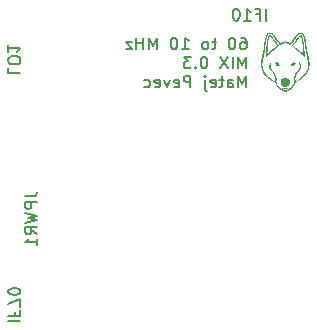
<source format=gbo>
G04 #@! TF.GenerationSoftware,KiCad,Pcbnew,8.0.2*
G04 #@! TF.CreationDate,2024-06-05T16:45:05+02:00*
G04 #@! TF.ProjectId,IF to LOW_IF Mixer,49462074-6f20-44c4-9f57-5f4946204d69,rev?*
G04 #@! TF.SameCoordinates,Original*
G04 #@! TF.FileFunction,Legend,Bot*
G04 #@! TF.FilePolarity,Positive*
%FSLAX46Y46*%
G04 Gerber Fmt 4.6, Leading zero omitted, Abs format (unit mm)*
G04 Created by KiCad (PCBNEW 8.0.2) date 2024-06-05 16:45:05*
%MOMM*%
%LPD*%
G01*
G04 APERTURE LIST*
%ADD10C,0.000000*%
%ADD11C,0.150000*%
%ADD12C,0.200000*%
%ADD13C,2.200000*%
%ADD14O,3.250000X1.900000*%
%ADD15C,1.200000*%
%ADD16R,1.700000X1.700000*%
%ADD17O,1.700000X1.700000*%
%ADD18R,4.000000X6.000000*%
%ADD19O,1.900000X3.250000*%
%ADD20R,6.000000X4.000000*%
G04 APERTURE END LIST*
D10*
G36*
X106750070Y-53126043D02*
G01*
X106757875Y-53126770D01*
X106765938Y-53127865D01*
X106774401Y-53129333D01*
X106783409Y-53131177D01*
X106793105Y-53133399D01*
X106815139Y-53138994D01*
X106823060Y-53140914D01*
X106832632Y-53142951D01*
X106843490Y-53145042D01*
X106855268Y-53147126D01*
X106867601Y-53149139D01*
X106880123Y-53151020D01*
X106892468Y-53152708D01*
X106904272Y-53154138D01*
X106999551Y-53164804D01*
X107039506Y-53169253D01*
X107015226Y-53179951D01*
X107012591Y-53181164D01*
X107009715Y-53182586D01*
X107003349Y-53185986D01*
X106996354Y-53190009D01*
X106988959Y-53194513D01*
X106981390Y-53199357D01*
X106973872Y-53204398D01*
X106966634Y-53209495D01*
X106959903Y-53214505D01*
X106949912Y-53221980D01*
X106940132Y-53228871D01*
X106930506Y-53235199D01*
X106920978Y-53240985D01*
X106911492Y-53246250D01*
X106901989Y-53251015D01*
X106892414Y-53255301D01*
X106882710Y-53259128D01*
X106872819Y-53262518D01*
X106862687Y-53265491D01*
X106852255Y-53268069D01*
X106841467Y-53270271D01*
X106830267Y-53272120D01*
X106818597Y-53273635D01*
X106806401Y-53274839D01*
X106793622Y-53275751D01*
X106780019Y-53276414D01*
X106764903Y-53276891D01*
X106748779Y-53277183D01*
X106732151Y-53277289D01*
X106715523Y-53277208D01*
X106699399Y-53276940D01*
X106684283Y-53276486D01*
X106670681Y-53275844D01*
X106670682Y-53275829D01*
X106652447Y-53274642D01*
X106637226Y-53273282D01*
X106630524Y-53272484D01*
X106624307Y-53271581D01*
X106618487Y-53270550D01*
X106612975Y-53269372D01*
X106607682Y-53268025D01*
X106602518Y-53266488D01*
X106597394Y-53264741D01*
X106592221Y-53262761D01*
X106586909Y-53260530D01*
X106581371Y-53258024D01*
X106569255Y-53252109D01*
X106560966Y-53247815D01*
X106552728Y-53243344D01*
X106544755Y-53238828D01*
X106537265Y-53234399D01*
X106530474Y-53230187D01*
X106524599Y-53226322D01*
X106519857Y-53222937D01*
X106517978Y-53221466D01*
X106516463Y-53220163D01*
X106514957Y-53218858D01*
X106513103Y-53217382D01*
X106510927Y-53215750D01*
X106508457Y-53213980D01*
X106502734Y-53210088D01*
X106496144Y-53205841D01*
X106488898Y-53201369D01*
X106481204Y-53196804D01*
X106473274Y-53192280D01*
X106465315Y-53187928D01*
X106427006Y-53167457D01*
X106475080Y-53163187D01*
X106503440Y-53160546D01*
X106529233Y-53157865D01*
X106553129Y-53155047D01*
X106575798Y-53151996D01*
X106597910Y-53148616D01*
X106620136Y-53144811D01*
X106643146Y-53140484D01*
X106667610Y-53135539D01*
X106690521Y-53130997D01*
X106700562Y-53129237D01*
X106709851Y-53127822D01*
X106718533Y-53126756D01*
X106726752Y-53126041D01*
X106734652Y-53125682D01*
X106742377Y-53125681D01*
X106750070Y-53126043D01*
G37*
G36*
X107444602Y-50998399D02*
G01*
X107451560Y-50998708D01*
X107467561Y-50999744D01*
X107482540Y-51000982D01*
X107489132Y-51001668D01*
X107495216Y-51002424D01*
X107500859Y-51003270D01*
X107506128Y-51004223D01*
X107511092Y-51005304D01*
X107515816Y-51006530D01*
X107520369Y-51007923D01*
X107524818Y-51009499D01*
X107529230Y-51011279D01*
X107533673Y-51013281D01*
X107538214Y-51015525D01*
X107542921Y-51018030D01*
X107553100Y-51023897D01*
X107561867Y-51029215D01*
X107569709Y-51034144D01*
X107576668Y-51038738D01*
X107582783Y-51043051D01*
X107588095Y-51047135D01*
X107592646Y-51051045D01*
X107596477Y-51054833D01*
X107598134Y-51056699D01*
X107599627Y-51058554D01*
X107600959Y-51060406D01*
X107602137Y-51062260D01*
X107603166Y-51064125D01*
X107604050Y-51066006D01*
X107604794Y-51067911D01*
X107605404Y-51069845D01*
X107605885Y-51071815D01*
X107606242Y-51073830D01*
X107606480Y-51075894D01*
X107606604Y-51078014D01*
X107606530Y-51082452D01*
X107606061Y-51087197D01*
X107605239Y-51092301D01*
X107603401Y-51099405D01*
X107600384Y-51107572D01*
X107596301Y-51116643D01*
X107591263Y-51126459D01*
X107585383Y-51136864D01*
X107578773Y-51147698D01*
X107571544Y-51158803D01*
X107563810Y-51170021D01*
X107555683Y-51181194D01*
X107547273Y-51192163D01*
X107538694Y-51202771D01*
X107530058Y-51212858D01*
X107521476Y-51222266D01*
X107513062Y-51230838D01*
X107504926Y-51238415D01*
X107497181Y-51244839D01*
X107487357Y-51252310D01*
X107478230Y-51258973D01*
X107469626Y-51264883D01*
X107461368Y-51270093D01*
X107453281Y-51274658D01*
X107445188Y-51278633D01*
X107436916Y-51282070D01*
X107432657Y-51283604D01*
X107428286Y-51285024D01*
X107419125Y-51287550D01*
X107409257Y-51289701D01*
X107398504Y-51291531D01*
X107386693Y-51293095D01*
X107373647Y-51294447D01*
X107359191Y-51295641D01*
X107343148Y-51296730D01*
X107325344Y-51297770D01*
X107288950Y-51299988D01*
X107255746Y-51302387D01*
X107229401Y-51304679D01*
X107219946Y-51305697D01*
X107213581Y-51306581D01*
X107190951Y-51310486D01*
X107200274Y-51274772D01*
X107207863Y-51249041D01*
X107218230Y-51218525D01*
X107230489Y-51185395D01*
X107243757Y-51151820D01*
X107257149Y-51119971D01*
X107269781Y-51092018D01*
X107280768Y-51070132D01*
X107285369Y-51062141D01*
X107289227Y-51056481D01*
X107291869Y-51053228D01*
X107294552Y-51050183D01*
X107297321Y-51047321D01*
X107300220Y-51044616D01*
X107303293Y-51042043D01*
X107306586Y-51039576D01*
X107310143Y-51037190D01*
X107314008Y-51034859D01*
X107318227Y-51032558D01*
X107322843Y-51030260D01*
X107327902Y-51027941D01*
X107333448Y-51025575D01*
X107339525Y-51023136D01*
X107346179Y-51020599D01*
X107353454Y-51017938D01*
X107361394Y-51015127D01*
X107378394Y-51009310D01*
X107385745Y-51006927D01*
X107392483Y-51004872D01*
X107398725Y-51003129D01*
X107404584Y-51001681D01*
X107410178Y-51000511D01*
X107415620Y-50999603D01*
X107421026Y-50998940D01*
X107426513Y-50998504D01*
X107432194Y-50998280D01*
X107438185Y-50998250D01*
X107444602Y-50998399D01*
G37*
G36*
X106761442Y-52349827D02*
G01*
X106839118Y-52351885D01*
X106866549Y-52353144D01*
X106888403Y-52354744D01*
X106906199Y-52356826D01*
X106921460Y-52359532D01*
X106935705Y-52363002D01*
X106950456Y-52367378D01*
X106964759Y-52372245D01*
X106978516Y-52377678D01*
X106991722Y-52383670D01*
X107004374Y-52390214D01*
X107016471Y-52397303D01*
X107028008Y-52404930D01*
X107038983Y-52413088D01*
X107049393Y-52421770D01*
X107059234Y-52430969D01*
X107068505Y-52440678D01*
X107077201Y-52450890D01*
X107085320Y-52461597D01*
X107092859Y-52472795D01*
X107099814Y-52484474D01*
X107106184Y-52496628D01*
X107111965Y-52509250D01*
X107117153Y-52522333D01*
X107121747Y-52535871D01*
X107125742Y-52549855D01*
X107129137Y-52564280D01*
X107131927Y-52579138D01*
X107134111Y-52594422D01*
X107135685Y-52610125D01*
X107136645Y-52626240D01*
X107136990Y-52642760D01*
X107136716Y-52659679D01*
X107135820Y-52676988D01*
X107134299Y-52694682D01*
X107132150Y-52712754D01*
X107129370Y-52731195D01*
X107125957Y-52750000D01*
X107121907Y-52769160D01*
X107120113Y-52776224D01*
X107117840Y-52783696D01*
X107115106Y-52791541D01*
X107111929Y-52799726D01*
X107108327Y-52808217D01*
X107104319Y-52816980D01*
X107099922Y-52825980D01*
X107095154Y-52835184D01*
X107090034Y-52844557D01*
X107084579Y-52854065D01*
X107078809Y-52863675D01*
X107072741Y-52873352D01*
X107066392Y-52883062D01*
X107059783Y-52892772D01*
X107052929Y-52902446D01*
X107045850Y-52912051D01*
X107040253Y-52919186D01*
X107034271Y-52926206D01*
X107027894Y-52933117D01*
X107021112Y-52939927D01*
X107013914Y-52946645D01*
X107006290Y-52953278D01*
X106998229Y-52959834D01*
X106989720Y-52966320D01*
X106980753Y-52972746D01*
X106971318Y-52979117D01*
X106961403Y-52985443D01*
X106950998Y-52991730D01*
X106940093Y-52997988D01*
X106928677Y-53004223D01*
X106916740Y-53010444D01*
X106904270Y-53016657D01*
X106895565Y-53021043D01*
X106884938Y-53026627D01*
X106859566Y-53040476D01*
X106831448Y-53056372D01*
X106803879Y-53072484D01*
X106790975Y-53080077D01*
X106778654Y-53087147D01*
X106767204Y-53093538D01*
X106756917Y-53099098D01*
X106748082Y-53103672D01*
X106740988Y-53107108D01*
X106735927Y-53109250D01*
X106734249Y-53109788D01*
X106733188Y-53109946D01*
X106731962Y-53109625D01*
X106729801Y-53108757D01*
X106722881Y-53105497D01*
X106712850Y-53100391D01*
X106700127Y-53093663D01*
X106685133Y-53085540D01*
X106668288Y-53076245D01*
X106650012Y-53066006D01*
X106630726Y-53055045D01*
X106630726Y-53055046D01*
X106630726Y-53055047D01*
X106630726Y-53055048D01*
X106567902Y-53018926D01*
X106519567Y-52990351D01*
X106500000Y-52978226D01*
X106483055Y-52967187D01*
X106468399Y-52956966D01*
X106455698Y-52947295D01*
X106444620Y-52937909D01*
X106434831Y-52928540D01*
X106425997Y-52918921D01*
X106417786Y-52908784D01*
X106409864Y-52897863D01*
X106401897Y-52885890D01*
X106384497Y-52857721D01*
X106377382Y-52845627D01*
X106370918Y-52833931D01*
X106365077Y-52822520D01*
X106359832Y-52811283D01*
X106355156Y-52800108D01*
X106351021Y-52788884D01*
X106347400Y-52777498D01*
X106344265Y-52765838D01*
X106341589Y-52753793D01*
X106339345Y-52741251D01*
X106337505Y-52728100D01*
X106336042Y-52714228D01*
X106334928Y-52699523D01*
X106334136Y-52683874D01*
X106333639Y-52667168D01*
X106333408Y-52649294D01*
X106333454Y-52630750D01*
X106333827Y-52613497D01*
X106334553Y-52597435D01*
X106335662Y-52582466D01*
X106337182Y-52568491D01*
X106339139Y-52555410D01*
X106341563Y-52543125D01*
X106344480Y-52531536D01*
X106347920Y-52520544D01*
X106351910Y-52510051D01*
X106356478Y-52499957D01*
X106361651Y-52490163D01*
X106367459Y-52480570D01*
X106373928Y-52471078D01*
X106381087Y-52461590D01*
X106388964Y-52452006D01*
X106402906Y-52436459D01*
X106409933Y-52429256D01*
X106417035Y-52422424D01*
X106424241Y-52415954D01*
X106431578Y-52409838D01*
X106439076Y-52404069D01*
X106446763Y-52398640D01*
X106454666Y-52393541D01*
X106462815Y-52388766D01*
X106471237Y-52384307D01*
X106479961Y-52380155D01*
X106489015Y-52376304D01*
X106498427Y-52372745D01*
X106508226Y-52369471D01*
X106518441Y-52366474D01*
X106529099Y-52363745D01*
X106540228Y-52361278D01*
X106551858Y-52359065D01*
X106564016Y-52357097D01*
X106576731Y-52355368D01*
X106590031Y-52353868D01*
X106618500Y-52351529D01*
X106649649Y-52350017D01*
X106683704Y-52349271D01*
X106720893Y-52349229D01*
X106761442Y-52349827D01*
G37*
G36*
X108094566Y-48476111D02*
G01*
X108110783Y-48476773D01*
X108125621Y-48477868D01*
X108139210Y-48479422D01*
X108151678Y-48481460D01*
X108163154Y-48484006D01*
X108173767Y-48487085D01*
X108183647Y-48490721D01*
X108192921Y-48494941D01*
X108201719Y-48499767D01*
X108210171Y-48505226D01*
X108218404Y-48511342D01*
X108226548Y-48518140D01*
X108255462Y-48543309D01*
X108280210Y-48564550D01*
X108283424Y-48567427D01*
X108286564Y-48570576D01*
X108289666Y-48574064D01*
X108292767Y-48577961D01*
X108295903Y-48582333D01*
X108299112Y-48587250D01*
X108302430Y-48592779D01*
X108305894Y-48598989D01*
X108309540Y-48605948D01*
X108313407Y-48613723D01*
X108317529Y-48622383D01*
X108321945Y-48631996D01*
X108326691Y-48642631D01*
X108331803Y-48654355D01*
X108343276Y-48681344D01*
X108360209Y-48722926D01*
X108375793Y-48763437D01*
X108382539Y-48781841D01*
X108388299Y-48798239D01*
X108392856Y-48812050D01*
X108395995Y-48822695D01*
X108434897Y-48966314D01*
X108469372Y-49090786D01*
X108471707Y-49099433D01*
X108473887Y-49108445D01*
X108475865Y-49117555D01*
X108477592Y-49126501D01*
X108479020Y-49135016D01*
X108480102Y-49142835D01*
X108480790Y-49149695D01*
X108481036Y-49155330D01*
X108481164Y-49160889D01*
X108481513Y-49167530D01*
X108482060Y-49175004D01*
X108482779Y-49183062D01*
X108483648Y-49191453D01*
X108484640Y-49199930D01*
X108485733Y-49208241D01*
X108486902Y-49216138D01*
X108489452Y-49233819D01*
X108492088Y-49254694D01*
X108494502Y-49276156D01*
X108496383Y-49295597D01*
X108497977Y-49312407D01*
X108499608Y-49326703D01*
X108500378Y-49332435D01*
X108501086Y-49336971D01*
X108501708Y-49340123D01*
X108501979Y-49341120D01*
X108502219Y-49341700D01*
X108502462Y-49342343D01*
X108502738Y-49343529D01*
X108503382Y-49347407D01*
X108504125Y-49353094D01*
X108504943Y-49360349D01*
X108505810Y-49368932D01*
X108506701Y-49378602D01*
X108507591Y-49389120D01*
X108508455Y-49400243D01*
X108510223Y-49421920D01*
X108512045Y-49440270D01*
X108512909Y-49447592D01*
X108513704Y-49453357D01*
X108514404Y-49457322D01*
X108514710Y-49458554D01*
X108514982Y-49459246D01*
X108515267Y-49459982D01*
X108515610Y-49461348D01*
X108516453Y-49465833D01*
X108517474Y-49472423D01*
X108518637Y-49480838D01*
X108519904Y-49490799D01*
X108521239Y-49502027D01*
X108522605Y-49514244D01*
X108523964Y-49527171D01*
X108533802Y-49619938D01*
X108538285Y-49657128D01*
X108543127Y-49692690D01*
X108548817Y-49729999D01*
X108555842Y-49772431D01*
X108575850Y-49886168D01*
X108585137Y-49938419D01*
X108598821Y-50015257D01*
X108604204Y-50041704D01*
X108613995Y-50086448D01*
X108626801Y-50143236D01*
X108641227Y-50205815D01*
X108675680Y-50355881D01*
X108708221Y-50500875D01*
X108745860Y-50669919D01*
X108752426Y-50699241D01*
X108758582Y-50729469D01*
X108764507Y-50761732D01*
X108770380Y-50797160D01*
X108776380Y-50836885D01*
X108782684Y-50882037D01*
X108789472Y-50933745D01*
X108796923Y-50993141D01*
X108798527Y-51008088D01*
X108799746Y-51023788D01*
X108800581Y-51040245D01*
X108801030Y-51057461D01*
X108801095Y-51075440D01*
X108800774Y-51094186D01*
X108798977Y-51133992D01*
X108795637Y-51176906D01*
X108790753Y-51222957D01*
X108784324Y-51272173D01*
X108776349Y-51324581D01*
X108766162Y-51388242D01*
X108759856Y-51429081D01*
X108757495Y-51440824D01*
X108753190Y-51457380D01*
X108739615Y-51502474D01*
X108720869Y-51559458D01*
X108698687Y-51623427D01*
X108674809Y-51689477D01*
X108650972Y-51752703D01*
X108628913Y-51808199D01*
X108610370Y-51851060D01*
X108566559Y-51945434D01*
X108445398Y-52067477D01*
X108353054Y-52158223D01*
X108261860Y-52243338D01*
X108172336Y-52322403D01*
X108084998Y-52395004D01*
X108000364Y-52460724D01*
X107959224Y-52490873D01*
X107918953Y-52519146D01*
X107879617Y-52545490D01*
X107841282Y-52569853D01*
X107804010Y-52592184D01*
X107767868Y-52612430D01*
X107739725Y-52627458D01*
X107715516Y-52640020D01*
X107694837Y-52650296D01*
X107677284Y-52658467D01*
X107662453Y-52664712D01*
X107649941Y-52669211D01*
X107644427Y-52670862D01*
X107639342Y-52672144D01*
X107634634Y-52673079D01*
X107630254Y-52673690D01*
X107600150Y-52676940D01*
X107567332Y-52748788D01*
X107546144Y-52793561D01*
X107522832Y-52839930D01*
X107497961Y-52886898D01*
X107472099Y-52933468D01*
X107445812Y-52978643D01*
X107419666Y-53021425D01*
X107394228Y-53060820D01*
X107370065Y-53095828D01*
X107350004Y-53123226D01*
X107340682Y-53135439D01*
X107331591Y-53146905D01*
X107322552Y-53157804D01*
X107313384Y-53168319D01*
X107303907Y-53178630D01*
X107293940Y-53188919D01*
X107283303Y-53199368D01*
X107271816Y-53210159D01*
X107259297Y-53221472D01*
X107245567Y-53233490D01*
X107213753Y-53260366D01*
X107174929Y-53292237D01*
X107165108Y-53299582D01*
X107152916Y-53307606D01*
X107138554Y-53316218D01*
X107122230Y-53325325D01*
X107104146Y-53334835D01*
X107084507Y-53344656D01*
X107041385Y-53364863D01*
X106994497Y-53385209D01*
X106945481Y-53404956D01*
X106895973Y-53423368D01*
X106871545Y-53431842D01*
X106847608Y-53439707D01*
X106769503Y-53464689D01*
X106735221Y-53475833D01*
X106734303Y-53475764D01*
X106732221Y-53475309D01*
X106724814Y-53473316D01*
X106713491Y-53470004D01*
X106698744Y-53465523D01*
X106660946Y-53453661D01*
X106615354Y-53438938D01*
X106615358Y-53438955D01*
X106587133Y-53429479D01*
X106559077Y-53419565D01*
X106531351Y-53409280D01*
X106504116Y-53398686D01*
X106477531Y-53387848D01*
X106451757Y-53376829D01*
X106426955Y-53365693D01*
X106403284Y-53354504D01*
X106373885Y-53340064D01*
X106349677Y-53327654D01*
X106339061Y-53321911D01*
X106329194Y-53316316D01*
X106319891Y-53310750D01*
X106310971Y-53305093D01*
X106302249Y-53299225D01*
X106293543Y-53293027D01*
X106284669Y-53286380D01*
X106275444Y-53279163D01*
X106255208Y-53262542D01*
X106231372Y-53242207D01*
X106209211Y-53222853D01*
X106190211Y-53205587D01*
X106181651Y-53197470D01*
X106173586Y-53189555D01*
X106165917Y-53181734D01*
X106158546Y-53173900D01*
X106151375Y-53165948D01*
X106144305Y-53157769D01*
X106137238Y-53149256D01*
X106130074Y-53140304D01*
X106115066Y-53120652D01*
X106098493Y-53097956D01*
X106074291Y-53062690D01*
X106047857Y-53021341D01*
X106020144Y-52975595D01*
X105992108Y-52927140D01*
X105964704Y-52877662D01*
X105938888Y-52828848D01*
X105915613Y-52782386D01*
X105895835Y-52739963D01*
X105866459Y-52673882D01*
X105839761Y-52673882D01*
X105835567Y-52673752D01*
X105831237Y-52673334D01*
X105826671Y-52672584D01*
X105821766Y-52671455D01*
X105816423Y-52669904D01*
X105810540Y-52667887D01*
X105804015Y-52665358D01*
X105796748Y-52662273D01*
X105788637Y-52658588D01*
X105779580Y-52654258D01*
X105769477Y-52649238D01*
X105758227Y-52643484D01*
X105745728Y-52636952D01*
X105731878Y-52629596D01*
X105699724Y-52612235D01*
X105668564Y-52595009D01*
X105639746Y-52578445D01*
X105612464Y-52562020D01*
X105585908Y-52545209D01*
X105559272Y-52527487D01*
X105531747Y-52508330D01*
X105502525Y-52487212D01*
X105470799Y-52463610D01*
X105415425Y-52420939D01*
X105358149Y-52374889D01*
X105299653Y-52326059D01*
X105240622Y-52275049D01*
X105181739Y-52222462D01*
X105123686Y-52168896D01*
X105067148Y-52114952D01*
X105012808Y-52061231D01*
X104903993Y-51951602D01*
X104858171Y-51853249D01*
X104835835Y-51802466D01*
X104812175Y-51743723D01*
X104788295Y-51680241D01*
X104765301Y-51615242D01*
X104744296Y-51551948D01*
X104726387Y-51493581D01*
X104712678Y-51443362D01*
X104707744Y-51422315D01*
X104704274Y-51404514D01*
X104685109Y-51286857D01*
X104678745Y-51243392D01*
X104674150Y-51206802D01*
X104671041Y-51174565D01*
X104670895Y-51172228D01*
X104796986Y-51172228D01*
X104797456Y-51189366D01*
X104798698Y-51199718D01*
X104801140Y-51218815D01*
X104808204Y-51272352D01*
X104824122Y-51393704D01*
X104827035Y-51409157D01*
X104832460Y-51430588D01*
X104849528Y-51487743D01*
X104872698Y-51557883D01*
X104899343Y-51633724D01*
X104926835Y-51707980D01*
X104952546Y-51773365D01*
X104973849Y-51822594D01*
X104982026Y-51838874D01*
X104988115Y-51848383D01*
X104993416Y-51854388D01*
X105002112Y-51863942D01*
X105027857Y-51891729D01*
X105061682Y-51927810D01*
X105099916Y-51968251D01*
X105288771Y-52167179D01*
X105382552Y-52265962D01*
X105579300Y-52400767D01*
X105708502Y-52488915D01*
X105788353Y-52542210D01*
X105813528Y-52558230D01*
X105830873Y-52568467D01*
X105841892Y-52573899D01*
X105845498Y-52575119D01*
X105848085Y-52575503D01*
X105848487Y-52575462D01*
X105848889Y-52575337D01*
X105849293Y-52575130D01*
X105849697Y-52574843D01*
X105850101Y-52574476D01*
X105850505Y-52574032D01*
X105850908Y-52573511D01*
X105851309Y-52572916D01*
X105851708Y-52572248D01*
X105852105Y-52571509D01*
X105852500Y-52570699D01*
X105852891Y-52569821D01*
X105853661Y-52567865D01*
X105854412Y-52565653D01*
X105855141Y-52563197D01*
X105855843Y-52560508D01*
X105856514Y-52557600D01*
X105857152Y-52554485D01*
X105857752Y-52551173D01*
X105858310Y-52547678D01*
X105858822Y-52544011D01*
X105859285Y-52540184D01*
X105861273Y-52523825D01*
X105863757Y-52505410D01*
X105866420Y-52487196D01*
X105868947Y-52471438D01*
X105870089Y-52463929D01*
X105871157Y-52455378D01*
X105872125Y-52446082D01*
X105872971Y-52436340D01*
X105873671Y-52426448D01*
X105874200Y-52416706D01*
X105874535Y-52407409D01*
X105874652Y-52398857D01*
X105874491Y-52385552D01*
X105873930Y-52372165D01*
X105872850Y-52357661D01*
X105871131Y-52341002D01*
X105868656Y-52321151D01*
X105865305Y-52297071D01*
X105860960Y-52267726D01*
X105855501Y-52232078D01*
X105853466Y-52221486D01*
X105850376Y-52209013D01*
X105846313Y-52194853D01*
X105841355Y-52179205D01*
X105829067Y-52144223D01*
X105814144Y-52105639D01*
X105797218Y-52065020D01*
X105778919Y-52023935D01*
X105759879Y-51983956D01*
X105740728Y-51946649D01*
X105733089Y-51932690D01*
X105725160Y-51918817D01*
X105716840Y-51904893D01*
X105708028Y-51890780D01*
X105698623Y-51876341D01*
X105688522Y-51861437D01*
X105677625Y-51845932D01*
X105665831Y-51829688D01*
X105639142Y-51794431D01*
X105607644Y-51754566D01*
X105570527Y-51708991D01*
X105526978Y-51656606D01*
X105500134Y-51624159D01*
X105472751Y-51590389D01*
X105448039Y-51559290D01*
X105429205Y-51534857D01*
X105393264Y-51486935D01*
X105379995Y-51405974D01*
X105366727Y-51325013D01*
X105381077Y-51272558D01*
X105389176Y-51243326D01*
X105396099Y-51219949D01*
X105399379Y-51209884D01*
X105402677Y-51200597D01*
X105406098Y-51191860D01*
X105409746Y-51183443D01*
X105413723Y-51175119D01*
X105418135Y-51166658D01*
X105423086Y-51157833D01*
X105428680Y-51148414D01*
X105442211Y-51126882D01*
X105459563Y-51100235D01*
X105480287Y-51068342D01*
X105499491Y-51038307D01*
X105515035Y-51013507D01*
X105524778Y-50997319D01*
X105527827Y-50992080D01*
X105530797Y-50987190D01*
X105533612Y-50982757D01*
X105536199Y-50978888D01*
X105538485Y-50975690D01*
X105540395Y-50973270D01*
X105541187Y-50972385D01*
X105541856Y-50971735D01*
X105542395Y-50971333D01*
X105542793Y-50971192D01*
X105542952Y-50971333D01*
X105543105Y-50971753D01*
X105543389Y-50973407D01*
X105543646Y-50976098D01*
X105543874Y-50979769D01*
X105544243Y-50989834D01*
X105544491Y-51003154D01*
X105544611Y-51019283D01*
X105544598Y-51037774D01*
X105544445Y-51058181D01*
X105544148Y-51080058D01*
X105543569Y-51109347D01*
X105542847Y-51133671D01*
X105541936Y-51153530D01*
X105540790Y-51169424D01*
X105539364Y-51181852D01*
X105537612Y-51191314D01*
X105536599Y-51195089D01*
X105535487Y-51198310D01*
X105534271Y-51201039D01*
X105532944Y-51203340D01*
X105526857Y-51213728D01*
X105521169Y-51225606D01*
X105515907Y-51238785D01*
X105511099Y-51253077D01*
X105506771Y-51268294D01*
X105502950Y-51284248D01*
X105499663Y-51300749D01*
X105496938Y-51317610D01*
X105494801Y-51334642D01*
X105493279Y-51351657D01*
X105492400Y-51368467D01*
X105492190Y-51384882D01*
X105492676Y-51400715D01*
X105493886Y-51415778D01*
X105495846Y-51429882D01*
X105498583Y-51442838D01*
X105500852Y-51451164D01*
X105503439Y-51459187D01*
X105504916Y-51463169D01*
X105506550Y-51467176D01*
X105508368Y-51471242D01*
X105510394Y-51475402D01*
X105512655Y-51479688D01*
X105515177Y-51484134D01*
X105517985Y-51488775D01*
X105521107Y-51493643D01*
X105528392Y-51504200D01*
X105537239Y-51516073D01*
X105547857Y-51529534D01*
X105560451Y-51544852D01*
X105575231Y-51562298D01*
X105592403Y-51582142D01*
X105612175Y-51604654D01*
X105634755Y-51630103D01*
X105689167Y-51690898D01*
X105801828Y-51816367D01*
X105877367Y-51970043D01*
X105907232Y-52031411D01*
X105932708Y-52084897D01*
X105951093Y-52124755D01*
X105956783Y-52137776D01*
X105959686Y-52145234D01*
X105963392Y-52160633D01*
X105967990Y-52185212D01*
X105973112Y-52216399D01*
X105978388Y-52251626D01*
X105983448Y-52288320D01*
X105987923Y-52323911D01*
X105991444Y-52355829D01*
X105993641Y-52381503D01*
X105994073Y-52392208D01*
X105994240Y-52406333D01*
X105994154Y-52423275D01*
X105993829Y-52442426D01*
X105993277Y-52463183D01*
X105992511Y-52484939D01*
X105991544Y-52507091D01*
X105990390Y-52529032D01*
X105985851Y-52609641D01*
X105983415Y-52656148D01*
X105983357Y-52658944D01*
X105983431Y-52661749D01*
X105983638Y-52664562D01*
X105983978Y-52667384D01*
X105984450Y-52670217D01*
X105985054Y-52673061D01*
X105985792Y-52675916D01*
X105986663Y-52678783D01*
X105987667Y-52681664D01*
X105988804Y-52684558D01*
X105990075Y-52687467D01*
X105991479Y-52690390D01*
X105993017Y-52693330D01*
X105994689Y-52696286D01*
X105996495Y-52699259D01*
X105998435Y-52702251D01*
X106002866Y-52709431D01*
X106009359Y-52720738D01*
X106017606Y-52735595D01*
X106027295Y-52753425D01*
X106049754Y-52795693D01*
X106074249Y-52842926D01*
X106100873Y-52893715D01*
X106129127Y-52945665D01*
X106155638Y-52992680D01*
X106167185Y-53012433D01*
X106177033Y-53028667D01*
X106190397Y-53049864D01*
X106196267Y-53058890D01*
X106201733Y-53067021D01*
X106206897Y-53074374D01*
X106211862Y-53081064D01*
X106216732Y-53087207D01*
X106221609Y-53092919D01*
X106226595Y-53098315D01*
X106231794Y-53103512D01*
X106237308Y-53108626D01*
X106243241Y-53113771D01*
X106249694Y-53119065D01*
X106256772Y-53124622D01*
X106273210Y-53136991D01*
X106285902Y-53146062D01*
X106301605Y-53156767D01*
X106319697Y-53168711D01*
X106339560Y-53181500D01*
X106360574Y-53194739D01*
X106382119Y-53208033D01*
X106403575Y-53220989D01*
X106424323Y-53233211D01*
X106451579Y-53248801D01*
X106476478Y-53262485D01*
X106499818Y-53274637D01*
X106522396Y-53285631D01*
X106545009Y-53295840D01*
X106568454Y-53305640D01*
X106593529Y-53315404D01*
X106621029Y-53325505D01*
X106660177Y-53339326D01*
X106693710Y-53350749D01*
X106718064Y-53358587D01*
X106725684Y-53360792D01*
X106729673Y-53361655D01*
X106731213Y-53361535D01*
X106733772Y-53361046D01*
X106741708Y-53359032D01*
X106753015Y-53355761D01*
X106767225Y-53351378D01*
X106783869Y-53346033D01*
X106802479Y-53339873D01*
X106822588Y-53333044D01*
X106843728Y-53325694D01*
X106874018Y-53314835D01*
X106900545Y-53304794D01*
X106924502Y-53295015D01*
X106947083Y-53284940D01*
X106969479Y-53274013D01*
X106992883Y-53261675D01*
X107018488Y-53247371D01*
X107047487Y-53230544D01*
X107068514Y-53218022D01*
X107090133Y-53204848D01*
X107132680Y-53178128D01*
X107152376Y-53165370D01*
X107170198Y-53153541D01*
X107185530Y-53143035D01*
X107197756Y-53134247D01*
X107213435Y-53122347D01*
X107220205Y-53116967D01*
X107226398Y-53111810D01*
X107232112Y-53106762D01*
X107237450Y-53101704D01*
X107242512Y-53096521D01*
X107247400Y-53091096D01*
X107252213Y-53085313D01*
X107257052Y-53079054D01*
X107262019Y-53072205D01*
X107267215Y-53064647D01*
X107272740Y-53056265D01*
X107278695Y-53046942D01*
X107292298Y-53025008D01*
X107302318Y-53008274D01*
X107314031Y-52988055D01*
X107340830Y-52940249D01*
X107369294Y-52887764D01*
X107396019Y-52836779D01*
X107420489Y-52789639D01*
X107442809Y-52747626D01*
X107460517Y-52715317D01*
X107466871Y-52704232D01*
X107471147Y-52697289D01*
X107473507Y-52693699D01*
X107475598Y-52690352D01*
X107477432Y-52687194D01*
X107479018Y-52684172D01*
X107480368Y-52681232D01*
X107481493Y-52678320D01*
X107482402Y-52675382D01*
X107482779Y-52673886D01*
X107483106Y-52672364D01*
X107483616Y-52669212D01*
X107483942Y-52665874D01*
X107484096Y-52662294D01*
X107484087Y-52658418D01*
X107483926Y-52654195D01*
X107483624Y-52649568D01*
X107483192Y-52644485D01*
X107482639Y-52638892D01*
X107481817Y-52629148D01*
X107480911Y-52615086D01*
X107478966Y-52576661D01*
X107477037Y-52528922D01*
X107475359Y-52477176D01*
X107474493Y-52442350D01*
X107474048Y-52412380D01*
X107474052Y-52386410D01*
X107474534Y-52363585D01*
X107475524Y-52343048D01*
X107477053Y-52323945D01*
X107479149Y-52305420D01*
X107481841Y-52286617D01*
X107497183Y-52188264D01*
X107498473Y-52180515D01*
X107499928Y-52173020D01*
X107501655Y-52165531D01*
X107503762Y-52157799D01*
X107506355Y-52149577D01*
X107509543Y-52140617D01*
X107513431Y-52130669D01*
X107518129Y-52119488D01*
X107523742Y-52106823D01*
X107530378Y-52092428D01*
X107538144Y-52076054D01*
X107547148Y-52057453D01*
X107569298Y-52012578D01*
X107597685Y-51955819D01*
X107666505Y-51818654D01*
X107764858Y-51707750D01*
X107833667Y-51630020D01*
X107885276Y-51570699D01*
X107905423Y-51546718D01*
X107922221Y-51525870D01*
X107935987Y-51507667D01*
X107947039Y-51491618D01*
X107955692Y-51477233D01*
X107962264Y-51464024D01*
X107967071Y-51451501D01*
X107970432Y-51439174D01*
X107972663Y-51426553D01*
X107974080Y-51413150D01*
X107975743Y-51382036D01*
X107976093Y-51370036D01*
X107976091Y-51358330D01*
X107975731Y-51346893D01*
X107975009Y-51335703D01*
X107973919Y-51324739D01*
X107972456Y-51313978D01*
X107970614Y-51303397D01*
X107968389Y-51292975D01*
X107965774Y-51282688D01*
X107962766Y-51272516D01*
X107959357Y-51262434D01*
X107955544Y-51252422D01*
X107951321Y-51242456D01*
X107946682Y-51232515D01*
X107941623Y-51222576D01*
X107936138Y-51212617D01*
X107933610Y-51208126D01*
X107931391Y-51203942D01*
X107930392Y-51201909D01*
X107929464Y-51199885D01*
X107928604Y-51197849D01*
X107927810Y-51195777D01*
X107927080Y-51193648D01*
X107926413Y-51191440D01*
X107925805Y-51189128D01*
X107925255Y-51186693D01*
X107924760Y-51184110D01*
X107924318Y-51181358D01*
X107923928Y-51178414D01*
X107923587Y-51175257D01*
X107923292Y-51171863D01*
X107923042Y-51168210D01*
X107922666Y-51160038D01*
X107922443Y-51150564D01*
X107922355Y-51139607D01*
X107922385Y-51126989D01*
X107922514Y-51112532D01*
X107923004Y-51077381D01*
X107924694Y-50968072D01*
X107946210Y-51001779D01*
X107964310Y-51030246D01*
X107980841Y-51056593D01*
X108000476Y-51088325D01*
X108027891Y-51132951D01*
X108037738Y-51149404D01*
X108042131Y-51157099D01*
X108046210Y-51164534D01*
X108050008Y-51171783D01*
X108053553Y-51178916D01*
X108056877Y-51186005D01*
X108060011Y-51193123D01*
X108062984Y-51200342D01*
X108065828Y-51207732D01*
X108068574Y-51215367D01*
X108071251Y-51223319D01*
X108076524Y-51240457D01*
X108081893Y-51259722D01*
X108100319Y-51328491D01*
X108090728Y-51388017D01*
X108078020Y-51467080D01*
X108077563Y-51469183D01*
X108076811Y-51471596D01*
X108074442Y-51477327D01*
X108070950Y-51484223D01*
X108066372Y-51492232D01*
X108060746Y-51501303D01*
X108054109Y-51511385D01*
X108046498Y-51522426D01*
X108037950Y-51534376D01*
X108028503Y-51547184D01*
X108018194Y-51560797D01*
X107995139Y-51590238D01*
X107969084Y-51622289D01*
X107940325Y-51656543D01*
X107883312Y-51724576D01*
X107835112Y-51784906D01*
X107813867Y-51812887D01*
X107794287Y-51839787D01*
X107776191Y-51865890D01*
X107759399Y-51891477D01*
X107743733Y-51916830D01*
X107729013Y-51942230D01*
X107715058Y-51967960D01*
X107701689Y-51994302D01*
X107688727Y-52021538D01*
X107675991Y-52049949D01*
X107650482Y-52111425D01*
X107639171Y-52140220D01*
X107630209Y-52164156D01*
X107626473Y-52174822D01*
X107623160Y-52184898D01*
X107620216Y-52194591D01*
X107617587Y-52204109D01*
X107615218Y-52213660D01*
X107613055Y-52223452D01*
X107611043Y-52233693D01*
X107609128Y-52244591D01*
X107605370Y-52269189D01*
X107601344Y-52298911D01*
X107597297Y-52330229D01*
X107594391Y-52355031D01*
X107593363Y-52365637D01*
X107592615Y-52375393D01*
X107592147Y-52384558D01*
X107591956Y-52393392D01*
X107592041Y-52402156D01*
X107592401Y-52411108D01*
X107593033Y-52420508D01*
X107593937Y-52430616D01*
X107596552Y-52453995D01*
X107600234Y-52483323D01*
X107603996Y-52512544D01*
X107607023Y-52534538D01*
X107609620Y-52550306D01*
X107610851Y-52556168D01*
X107612089Y-52560850D01*
X107613370Y-52564476D01*
X107614734Y-52567171D01*
X107616219Y-52569062D01*
X107617861Y-52570273D01*
X107619700Y-52570929D01*
X107621772Y-52571156D01*
X107626772Y-52570823D01*
X107628540Y-52570502D01*
X107630697Y-52569888D01*
X107633213Y-52568996D01*
X107636057Y-52567842D01*
X107639200Y-52566444D01*
X107642613Y-52564815D01*
X107646264Y-52562974D01*
X107650125Y-52560936D01*
X107654166Y-52558716D01*
X107658356Y-52556332D01*
X107667067Y-52551132D01*
X107676018Y-52545466D01*
X107680509Y-52542498D01*
X107684971Y-52539461D01*
X108039389Y-52297104D01*
X108046929Y-52291856D01*
X108054502Y-52286331D01*
X108062171Y-52280473D01*
X108070000Y-52274221D01*
X108078051Y-52267516D01*
X108086386Y-52260301D01*
X108095069Y-52252515D01*
X108104162Y-52244101D01*
X108113729Y-52234998D01*
X108123831Y-52225149D01*
X108145894Y-52202973D01*
X108170854Y-52177102D01*
X108199213Y-52147065D01*
X108399267Y-51934013D01*
X108433879Y-51897509D01*
X108447728Y-51882700D01*
X108459727Y-51869343D01*
X108470217Y-51856806D01*
X108479539Y-51844455D01*
X108483868Y-51838152D01*
X108488033Y-51831658D01*
X108492076Y-51824894D01*
X108496040Y-51817782D01*
X108503901Y-51802194D01*
X108511956Y-51784262D01*
X108520547Y-51763352D01*
X108530015Y-51738832D01*
X108552940Y-51676432D01*
X108583460Y-51591999D01*
X108598071Y-51551322D01*
X108610043Y-51517003D01*
X108619697Y-51487940D01*
X108627355Y-51463036D01*
X108633337Y-51441189D01*
X108637964Y-51421300D01*
X108641557Y-51402270D01*
X108644437Y-51382999D01*
X108652543Y-51323871D01*
X108659964Y-51272352D01*
X108661455Y-51260377D01*
X108662730Y-51245950D01*
X108664637Y-51211104D01*
X108665696Y-51170538D01*
X108665920Y-51126978D01*
X108665320Y-51083149D01*
X108663907Y-51041775D01*
X108661693Y-51005581D01*
X108658689Y-50977292D01*
X108648871Y-50915058D01*
X108635712Y-50839239D01*
X108621077Y-50760220D01*
X108606831Y-50688380D01*
X108590341Y-50607028D01*
X108573062Y-50519336D01*
X108556866Y-50437061D01*
X108542971Y-50368733D01*
X108510922Y-50209167D01*
X108476053Y-50025961D01*
X108447058Y-49865844D01*
X108432628Y-49775542D01*
X108419778Y-49652600D01*
X108397349Y-49442282D01*
X108377925Y-49280445D01*
X108360714Y-49160998D01*
X108352690Y-49115267D01*
X108344922Y-49077850D01*
X108326159Y-48997346D01*
X108318666Y-48966829D01*
X108311881Y-48940763D01*
X108305392Y-48917618D01*
X108298786Y-48895864D01*
X108291651Y-48873971D01*
X108283574Y-48850409D01*
X108273302Y-48822669D01*
X108261516Y-48793704D01*
X108248789Y-48764693D01*
X108235694Y-48736814D01*
X108222804Y-48711246D01*
X108210691Y-48689167D01*
X108205106Y-48679804D01*
X108199929Y-48671755D01*
X108195234Y-48665168D01*
X108191091Y-48660190D01*
X108189820Y-48658880D01*
X108188305Y-48657415D01*
X108184628Y-48654084D01*
X108180217Y-48650323D01*
X108175229Y-48646258D01*
X108169822Y-48642015D01*
X108164155Y-48637720D01*
X108158384Y-48633499D01*
X108152666Y-48629478D01*
X108148003Y-48626300D01*
X108143746Y-48623502D01*
X108139779Y-48621059D01*
X108135986Y-48618946D01*
X108134119Y-48618007D01*
X108132252Y-48617141D01*
X108130371Y-48616346D01*
X108128461Y-48615619D01*
X108126507Y-48614957D01*
X108124496Y-48614356D01*
X108122412Y-48613814D01*
X108120242Y-48613328D01*
X108117970Y-48612895D01*
X108115583Y-48612511D01*
X108113065Y-48612175D01*
X108110403Y-48611882D01*
X108104586Y-48611416D01*
X108098017Y-48611089D01*
X108090580Y-48610877D01*
X108082158Y-48610756D01*
X108061898Y-48610693D01*
X108048025Y-48610887D01*
X108032900Y-48611433D01*
X108017011Y-48612293D01*
X108000844Y-48613430D01*
X107984886Y-48614806D01*
X107969624Y-48616381D01*
X107955546Y-48618119D01*
X107943138Y-48619981D01*
X107887814Y-48629247D01*
X107794095Y-48725999D01*
X107769039Y-48752220D01*
X107745836Y-48777293D01*
X107724009Y-48801784D01*
X107703083Y-48826261D01*
X107682585Y-48851292D01*
X107662039Y-48877444D01*
X107640970Y-48905284D01*
X107618903Y-48935381D01*
X107522064Y-49068709D01*
X107512217Y-49082170D01*
X107496766Y-49103526D01*
X107457520Y-49158176D01*
X107366829Y-49284446D01*
X107339246Y-49322379D01*
X107326554Y-49339293D01*
X107319270Y-49349019D01*
X107303365Y-49370802D01*
X107281184Y-49401419D01*
X107255072Y-49437646D01*
X107206862Y-49504199D01*
X107191046Y-49525663D01*
X107183872Y-49534994D01*
X107183527Y-49535218D01*
X107183009Y-49535342D01*
X107182325Y-49535368D01*
X107181478Y-49535298D01*
X107179316Y-49534881D01*
X107176559Y-49534106D01*
X107173246Y-49532990D01*
X107169413Y-49531548D01*
X107165097Y-49529797D01*
X107160337Y-49527753D01*
X107155168Y-49525432D01*
X107149629Y-49522851D01*
X107143756Y-49520026D01*
X107137587Y-49516974D01*
X107131159Y-49513709D01*
X107124510Y-49510250D01*
X107117675Y-49506611D01*
X107110693Y-49502809D01*
X107094841Y-49494453D01*
X107075871Y-49485072D01*
X107054499Y-49474986D01*
X107031438Y-49464513D01*
X107007403Y-49453971D01*
X106983107Y-49443679D01*
X106959265Y-49433957D01*
X106936590Y-49425121D01*
X106895147Y-49409896D01*
X106876496Y-49403479D01*
X106859027Y-49397823D01*
X106842592Y-49392899D01*
X106827041Y-49388681D01*
X106812225Y-49385141D01*
X106797996Y-49382252D01*
X106784204Y-49379986D01*
X106770700Y-49378317D01*
X106757336Y-49377215D01*
X106743963Y-49376656D01*
X106730432Y-49376609D01*
X106716593Y-49377050D01*
X106702298Y-49377949D01*
X106687398Y-49379280D01*
X106672825Y-49381272D01*
X106656392Y-49384463D01*
X106638274Y-49388788D01*
X106618642Y-49394180D01*
X106597669Y-49400572D01*
X106575528Y-49407898D01*
X106552391Y-49416091D01*
X106528431Y-49425084D01*
X106478734Y-49445207D01*
X106427816Y-49467733D01*
X106377060Y-49492130D01*
X106352175Y-49504865D01*
X106327847Y-49517867D01*
X106319446Y-49522391D01*
X106311536Y-49526516D01*
X106304297Y-49530159D01*
X106297907Y-49533236D01*
X106292544Y-49535664D01*
X106288386Y-49537360D01*
X106286814Y-49537907D01*
X106285611Y-49538239D01*
X106284798Y-49538347D01*
X106284545Y-49538313D01*
X106284398Y-49538219D01*
X106200381Y-49422087D01*
X106056344Y-49223252D01*
X106008039Y-49156543D01*
X105978719Y-49115679D01*
X105897114Y-49001600D01*
X105814215Y-48887292D01*
X105799136Y-48867101D01*
X105784908Y-48848772D01*
X105770423Y-48831054D01*
X105754574Y-48812694D01*
X105736253Y-48792442D01*
X105714353Y-48769045D01*
X105687766Y-48741253D01*
X105655384Y-48707812D01*
X105579527Y-48629759D01*
X105524234Y-48620216D01*
X105511830Y-48618299D01*
X105497754Y-48616511D01*
X105482492Y-48614891D01*
X105466532Y-48613477D01*
X105450360Y-48612309D01*
X105434464Y-48611427D01*
X105419331Y-48610869D01*
X105405449Y-48610674D01*
X105384430Y-48610719D01*
X105368228Y-48611037D01*
X105361579Y-48611383D01*
X105355710Y-48611899D01*
X105350478Y-48612618D01*
X105345743Y-48613576D01*
X105341363Y-48614806D01*
X105337196Y-48616341D01*
X105333100Y-48618217D01*
X105328935Y-48620466D01*
X105324557Y-48623123D01*
X105319827Y-48626221D01*
X105308740Y-48633880D01*
X105303838Y-48637380D01*
X105299256Y-48640825D01*
X105294952Y-48644264D01*
X105290885Y-48647748D01*
X105287015Y-48651327D01*
X105283300Y-48655052D01*
X105279698Y-48658974D01*
X105276169Y-48663143D01*
X105272672Y-48667610D01*
X105269166Y-48672425D01*
X105265609Y-48677638D01*
X105261960Y-48683300D01*
X105258179Y-48689462D01*
X105254224Y-48696174D01*
X105250053Y-48703486D01*
X105245627Y-48711450D01*
X105236744Y-48727994D01*
X105228236Y-48744657D01*
X105220073Y-48761525D01*
X105212225Y-48778682D01*
X105204665Y-48796213D01*
X105197361Y-48814202D01*
X105190285Y-48832733D01*
X105183407Y-48851892D01*
X105176698Y-48871763D01*
X105170128Y-48892431D01*
X105157289Y-48936493D01*
X105144653Y-48984755D01*
X105131986Y-49037895D01*
X105120662Y-49089652D01*
X105110492Y-49141838D01*
X105100964Y-49198206D01*
X105091564Y-49262508D01*
X105081780Y-49338497D01*
X105071098Y-49429926D01*
X105059004Y-49540548D01*
X105044987Y-49674116D01*
X105036004Y-49753541D01*
X105025726Y-49832216D01*
X105015002Y-49904070D01*
X105009738Y-49935540D01*
X105004679Y-49963027D01*
X104903839Y-50473234D01*
X104845400Y-50771308D01*
X104815377Y-50931190D01*
X104811907Y-50957265D01*
X104808365Y-50991206D01*
X104804963Y-51029964D01*
X104801913Y-51070493D01*
X104799425Y-51109745D01*
X104797713Y-51144672D01*
X104796986Y-51172228D01*
X104670895Y-51172228D01*
X104669136Y-51144155D01*
X104668152Y-51113048D01*
X104667807Y-51078719D01*
X104667899Y-51059256D01*
X104668277Y-51039279D01*
X104668912Y-51019357D01*
X104669775Y-51000056D01*
X104670836Y-50981944D01*
X104672065Y-50965587D01*
X104673433Y-50951553D01*
X104674910Y-50940410D01*
X104682064Y-50894307D01*
X104688870Y-50848205D01*
X104692955Y-50820227D01*
X104696988Y-50794366D01*
X104701184Y-50769499D01*
X104705755Y-50744504D01*
X104710914Y-50718255D01*
X104716875Y-50689631D01*
X104732055Y-50620763D01*
X104743756Y-50568513D01*
X104777994Y-50414837D01*
X104789453Y-50365660D01*
X104823518Y-50218131D01*
X104831347Y-50184514D01*
X104842278Y-50138219D01*
X104847588Y-50115525D01*
X104852345Y-50094632D01*
X104856031Y-50077860D01*
X104858125Y-50067528D01*
X104858729Y-50064238D01*
X104859412Y-50060776D01*
X104860922Y-50053754D01*
X104861700Y-50050401D01*
X104862462Y-50047291D01*
X104863182Y-50044530D01*
X104863838Y-50042220D01*
X104865618Y-50034212D01*
X104868691Y-50018230D01*
X104877343Y-49970186D01*
X104887042Y-49913773D01*
X104895036Y-49864675D01*
X104900731Y-49830520D01*
X104909724Y-49778616D01*
X104920002Y-49716355D01*
X104929818Y-49649438D01*
X104938735Y-49581030D01*
X104946314Y-49514292D01*
X104952736Y-49454262D01*
X104958724Y-49400572D01*
X104964778Y-49346881D01*
X104971363Y-49286851D01*
X104976118Y-49244483D01*
X104980784Y-49206462D01*
X104985436Y-49172331D01*
X104990148Y-49141633D01*
X104994994Y-49113911D01*
X105000051Y-49088710D01*
X105005392Y-49065573D01*
X105011092Y-49044042D01*
X105027388Y-48985107D01*
X105044601Y-48921101D01*
X105072220Y-48817247D01*
X105074623Y-48808950D01*
X105077723Y-48799244D01*
X105081391Y-48788483D01*
X105085497Y-48777018D01*
X105089913Y-48765204D01*
X105094509Y-48753392D01*
X105099155Y-48741935D01*
X105103723Y-48731187D01*
X105135842Y-48657189D01*
X105145696Y-48634686D01*
X105150144Y-48625032D01*
X105154393Y-48616272D01*
X105158534Y-48608280D01*
X105162656Y-48600928D01*
X105166851Y-48594088D01*
X105171209Y-48587632D01*
X105175819Y-48581434D01*
X105180773Y-48575366D01*
X105186161Y-48569299D01*
X105192072Y-48563108D01*
X105198598Y-48556663D01*
X105205829Y-48549838D01*
X105222767Y-48534538D01*
X105239428Y-48519869D01*
X105246462Y-48513833D01*
X105252793Y-48508571D01*
X105258542Y-48504015D01*
X105263831Y-48500097D01*
X105268780Y-48496750D01*
X105273511Y-48493906D01*
X105278145Y-48491495D01*
X105282804Y-48489451D01*
X105287607Y-48487706D01*
X105292677Y-48486191D01*
X105298135Y-48484838D01*
X105304102Y-48483580D01*
X105318046Y-48481076D01*
X105329485Y-48479447D01*
X105342601Y-48478149D01*
X105357321Y-48477184D01*
X105373573Y-48476554D01*
X105391281Y-48476260D01*
X105410373Y-48476304D01*
X105430776Y-48476689D01*
X105452415Y-48477415D01*
X105543472Y-48481116D01*
X105596871Y-48507469D01*
X105605556Y-48511824D01*
X105613642Y-48516054D01*
X105621293Y-48520295D01*
X105628677Y-48524684D01*
X105635960Y-48529357D01*
X105643307Y-48534448D01*
X105650884Y-48540095D01*
X105658859Y-48546433D01*
X105667398Y-48553597D01*
X105676665Y-48561725D01*
X105686829Y-48570951D01*
X105698054Y-48581412D01*
X105724355Y-48606582D01*
X105756899Y-48638322D01*
X105789971Y-48671021D01*
X105818347Y-48699958D01*
X105831421Y-48713776D01*
X105844097Y-48727564D01*
X105856633Y-48741627D01*
X105869288Y-48756268D01*
X105882321Y-48771791D01*
X105895990Y-48788500D01*
X105926273Y-48826689D01*
X105962204Y-48873264D01*
X106005855Y-48930657D01*
X106067908Y-49013128D01*
X106131653Y-49098823D01*
X106189595Y-49177615D01*
X106234240Y-49239372D01*
X106268199Y-49286322D01*
X106297045Y-49324796D01*
X106308597Y-49339613D01*
X106317726Y-49350822D01*
X106324053Y-49357925D01*
X106326045Y-49359783D01*
X106327194Y-49360428D01*
X106328211Y-49360266D01*
X106329817Y-49359759D01*
X106331978Y-49358923D01*
X106334660Y-49357776D01*
X106341447Y-49354619D01*
X106349899Y-49350428D01*
X106359739Y-49345345D01*
X106370690Y-49339509D01*
X106382474Y-49333062D01*
X106394812Y-49326145D01*
X106420638Y-49311994D01*
X106446415Y-49298874D01*
X106472122Y-49286791D01*
X106497738Y-49275750D01*
X106523239Y-49265756D01*
X106548605Y-49256816D01*
X106573813Y-49248934D01*
X106598842Y-49242117D01*
X106623669Y-49236369D01*
X106648273Y-49231697D01*
X106672633Y-49228105D01*
X106696725Y-49225599D01*
X106720529Y-49224185D01*
X106744022Y-49223869D01*
X106767183Y-49224655D01*
X106789989Y-49226549D01*
X106804694Y-49228458D01*
X106820168Y-49231068D01*
X106836322Y-49234349D01*
X106853068Y-49238269D01*
X106870317Y-49242798D01*
X106887982Y-49247905D01*
X106905974Y-49253558D01*
X106924204Y-49259727D01*
X106942586Y-49266382D01*
X106961029Y-49273490D01*
X106979447Y-49281021D01*
X106997750Y-49288944D01*
X107015851Y-49297229D01*
X107033660Y-49305844D01*
X107051091Y-49314758D01*
X107068055Y-49323941D01*
X107094065Y-49338175D01*
X107116255Y-49349832D01*
X107125181Y-49354318D01*
X107132270Y-49357708D01*
X107137228Y-49359853D01*
X107138815Y-49360411D01*
X107139759Y-49360601D01*
X107140173Y-49360447D01*
X107140802Y-49359987D01*
X107142679Y-49358186D01*
X107145346Y-49355258D01*
X107148754Y-49351264D01*
X107157610Y-49340321D01*
X107168875Y-49325842D01*
X107182176Y-49308311D01*
X107197141Y-49288216D01*
X107213396Y-49266040D01*
X107230570Y-49242270D01*
X107275287Y-49180803D01*
X107334288Y-49100917D01*
X107399899Y-49012948D01*
X107464444Y-48927234D01*
X107508400Y-48869436D01*
X107545156Y-48821761D01*
X107576375Y-48782225D01*
X107603719Y-48748846D01*
X107628850Y-48719643D01*
X107653430Y-48692633D01*
X107679121Y-48665833D01*
X107707584Y-48637263D01*
X107736079Y-48609215D01*
X107759501Y-48586688D01*
X107779057Y-48568701D01*
X107787762Y-48561103D01*
X107795952Y-48554274D01*
X107803779Y-48548089D01*
X107811394Y-48542427D01*
X107818947Y-48537165D01*
X107826588Y-48532180D01*
X107834470Y-48527350D01*
X107842741Y-48522553D01*
X107861059Y-48512567D01*
X107920378Y-48481134D01*
X108013331Y-48477309D01*
X108057480Y-48475991D01*
X108076841Y-48475859D01*
X108094566Y-48476111D01*
G37*
G36*
X106038635Y-50998754D02*
G01*
X106044272Y-50998955D01*
X106049669Y-50999329D01*
X106054914Y-50999889D01*
X106060097Y-51000646D01*
X106065305Y-51001611D01*
X106070628Y-51002796D01*
X106076155Y-51004211D01*
X106081975Y-51005869D01*
X106088177Y-51007781D01*
X106102080Y-51012409D01*
X106114201Y-51016744D01*
X106125222Y-51021097D01*
X106135252Y-51025594D01*
X106139930Y-51027936D01*
X106144401Y-51030362D01*
X106148679Y-51032887D01*
X106152777Y-51035526D01*
X106156709Y-51038297D01*
X106160490Y-51041213D01*
X106164131Y-51044292D01*
X106167648Y-51047550D01*
X106171054Y-51051000D01*
X106174362Y-51054661D01*
X106177586Y-51058546D01*
X106180739Y-51062673D01*
X106183836Y-51067056D01*
X106186890Y-51071712D01*
X106189914Y-51076656D01*
X106192923Y-51081904D01*
X106198948Y-51093376D01*
X106205074Y-51106253D01*
X106211409Y-51120662D01*
X106218064Y-51136729D01*
X106225147Y-51154579D01*
X106235260Y-51180960D01*
X106244549Y-51206130D01*
X106252855Y-51229605D01*
X106260021Y-51250901D01*
X106265889Y-51269535D01*
X106270301Y-51285023D01*
X106273099Y-51296881D01*
X106273843Y-51301298D01*
X106274124Y-51304627D01*
X106274045Y-51305181D01*
X106273793Y-51305693D01*
X106273378Y-51306164D01*
X106272808Y-51306594D01*
X106272091Y-51306983D01*
X106271237Y-51307332D01*
X106270253Y-51307640D01*
X106269147Y-51307908D01*
X106266606Y-51308327D01*
X106263680Y-51308588D01*
X106260438Y-51308696D01*
X106256946Y-51308652D01*
X106253271Y-51308458D01*
X106249482Y-51308118D01*
X106245644Y-51307632D01*
X106241826Y-51307003D01*
X106238095Y-51306234D01*
X106234518Y-51305327D01*
X106231162Y-51304283D01*
X106228095Y-51303107D01*
X106228093Y-51303087D01*
X106226472Y-51302544D01*
X106224172Y-51302013D01*
X106221236Y-51301496D01*
X106217707Y-51300995D01*
X106209041Y-51300058D01*
X106198515Y-51299223D01*
X106186473Y-51298515D01*
X106173256Y-51297955D01*
X106159206Y-51297567D01*
X106144666Y-51297374D01*
X106129390Y-51297178D01*
X106115250Y-51296756D01*
X106102139Y-51296079D01*
X106089952Y-51295116D01*
X106078583Y-51293839D01*
X106067927Y-51292218D01*
X106057877Y-51290223D01*
X106048329Y-51287826D01*
X106039177Y-51284997D01*
X106030315Y-51281706D01*
X106021637Y-51277924D01*
X106013038Y-51273622D01*
X106004412Y-51268770D01*
X105995654Y-51263338D01*
X105986657Y-51257298D01*
X105977317Y-51250620D01*
X105968963Y-51244012D01*
X105960214Y-51236211D01*
X105951188Y-51227378D01*
X105942000Y-51217672D01*
X105932767Y-51207255D01*
X105923607Y-51196286D01*
X105914635Y-51184926D01*
X105905969Y-51173335D01*
X105897724Y-51161673D01*
X105890018Y-51150102D01*
X105882967Y-51138782D01*
X105876689Y-51127872D01*
X105871298Y-51117533D01*
X105866913Y-51107926D01*
X105863650Y-51099211D01*
X105861625Y-51091549D01*
X105860871Y-51087508D01*
X105860257Y-51083870D01*
X105859798Y-51080594D01*
X105859504Y-51077639D01*
X105859389Y-51074964D01*
X105859464Y-51072529D01*
X105859577Y-51071389D01*
X105859742Y-51070293D01*
X105859961Y-51069237D01*
X105860235Y-51068215D01*
X105860566Y-51067223D01*
X105860955Y-51066255D01*
X105861404Y-51065306D01*
X105861915Y-51064371D01*
X105862489Y-51063445D01*
X105863127Y-51062523D01*
X105864603Y-51060670D01*
X105866355Y-51058772D01*
X105868396Y-51056787D01*
X105870738Y-51054676D01*
X105873393Y-51052396D01*
X105881064Y-51046101D01*
X105888623Y-51040279D01*
X105896108Y-51034914D01*
X105903556Y-51029993D01*
X105911004Y-51025499D01*
X105918491Y-51021417D01*
X105926054Y-51017733D01*
X105933730Y-51014432D01*
X105941556Y-51011497D01*
X105949572Y-51008915D01*
X105957813Y-51006669D01*
X105966318Y-51004746D01*
X105975125Y-51003129D01*
X105984270Y-51001803D01*
X105993791Y-51000755D01*
X106003727Y-50999967D01*
X106019390Y-50999084D01*
X106026282Y-50998831D01*
X106032668Y-50998717D01*
X106038635Y-50998754D01*
G37*
G36*
X105424546Y-48704122D02*
G01*
X105437395Y-48705215D01*
X105450635Y-48706883D01*
X105464205Y-48709131D01*
X105478043Y-48711963D01*
X105492089Y-48715385D01*
X105539616Y-48727892D01*
X105605608Y-48796832D01*
X105629422Y-48821887D01*
X105639976Y-48833317D01*
X105650214Y-48844792D01*
X105660575Y-48856892D01*
X105671497Y-48870201D01*
X105683422Y-48885299D01*
X105696786Y-48902769D01*
X105712031Y-48923192D01*
X105729595Y-48947150D01*
X105749917Y-48975225D01*
X105773436Y-49007998D01*
X105831826Y-49089968D01*
X105908277Y-49197714D01*
X106118347Y-49493551D01*
X106140668Y-49525438D01*
X106150431Y-49539793D01*
X106158948Y-49552609D01*
X106165983Y-49563527D01*
X106171300Y-49572186D01*
X106174663Y-49578228D01*
X106175538Y-49580154D01*
X106175837Y-49581291D01*
X106175770Y-49581720D01*
X106175573Y-49582281D01*
X106174802Y-49583782D01*
X106173547Y-49585762D01*
X106171835Y-49588192D01*
X106169693Y-49591039D01*
X106167145Y-49594274D01*
X106164219Y-49597866D01*
X106160940Y-49601784D01*
X106153427Y-49610475D01*
X106144815Y-49620101D01*
X106135311Y-49630415D01*
X106125123Y-49641173D01*
X106118483Y-49647966D01*
X106111540Y-49654823D01*
X106096700Y-49668767D01*
X106080518Y-49683073D01*
X106062912Y-49697809D01*
X106043797Y-49713045D01*
X106023089Y-49728848D01*
X106000703Y-49745288D01*
X105976556Y-49762433D01*
X105915628Y-49807652D01*
X105837889Y-49869301D01*
X105748548Y-49942914D01*
X105652816Y-50024020D01*
X105555903Y-50108150D01*
X105463019Y-50190837D01*
X105379374Y-50267612D01*
X105310178Y-50334005D01*
X105284054Y-50360195D01*
X105257701Y-50387163D01*
X105231836Y-50414135D01*
X105207178Y-50440341D01*
X105184445Y-50465010D01*
X105164357Y-50487369D01*
X105147631Y-50506648D01*
X105134987Y-50522075D01*
X105097128Y-50570230D01*
X105076675Y-50595839D01*
X105076065Y-50596510D01*
X105075490Y-50597031D01*
X105074949Y-50597393D01*
X105074691Y-50597512D01*
X105074442Y-50597588D01*
X105074200Y-50597620D01*
X105073967Y-50597608D01*
X105073742Y-50597549D01*
X105073525Y-50597444D01*
X105073317Y-50597290D01*
X105073116Y-50597088D01*
X105072923Y-50596835D01*
X105072739Y-50596531D01*
X105072393Y-50595764D01*
X105072078Y-50594780D01*
X105071794Y-50593570D01*
X105071540Y-50592125D01*
X105071316Y-50590437D01*
X105071122Y-50588497D01*
X105070957Y-50586298D01*
X105070821Y-50583829D01*
X105070713Y-50581084D01*
X105070634Y-50578053D01*
X105070556Y-50571100D01*
X105070586Y-50562904D01*
X105070720Y-50553396D01*
X105070955Y-50542508D01*
X105071287Y-50530174D01*
X105071714Y-50516324D01*
X105072233Y-50500891D01*
X105072233Y-50500892D01*
X105072234Y-50500892D01*
X105072235Y-50500893D01*
X105072235Y-50500894D01*
X105072236Y-50500894D01*
X105072236Y-50500895D01*
X105074085Y-50454499D01*
X105076461Y-50405424D01*
X105079054Y-50359518D01*
X105081553Y-50322630D01*
X105085186Y-50273454D01*
X105216510Y-50273454D01*
X105245915Y-50242499D01*
X105277515Y-50208956D01*
X105312199Y-50171780D01*
X105312181Y-50171778D01*
X105332962Y-50151038D01*
X105362892Y-50123525D01*
X105445084Y-50052273D01*
X105548533Y-49966205D01*
X105663015Y-49873500D01*
X105778309Y-49782340D01*
X105884189Y-49700904D01*
X105970433Y-49637374D01*
X106002997Y-49614879D01*
X106026819Y-49599929D01*
X106065326Y-49577994D01*
X105997450Y-49486210D01*
X105944129Y-49413588D01*
X105923719Y-49385426D01*
X105911246Y-49367875D01*
X105811767Y-49228635D01*
X105682792Y-49053436D01*
X105566937Y-48899559D01*
X105527248Y-48848517D01*
X105506821Y-48824287D01*
X105500020Y-48818059D01*
X105493643Y-48812520D01*
X105487633Y-48807652D01*
X105481931Y-48803438D01*
X105476482Y-48799863D01*
X105473834Y-48798309D01*
X105471227Y-48796908D01*
X105468655Y-48795658D01*
X105466109Y-48794557D01*
X105463584Y-48793603D01*
X105461071Y-48792793D01*
X105458564Y-48792126D01*
X105456056Y-48791600D01*
X105453539Y-48791212D01*
X105451006Y-48790960D01*
X105448450Y-48790842D01*
X105445864Y-48790857D01*
X105443241Y-48791001D01*
X105440573Y-48791273D01*
X105437853Y-48791671D01*
X105435075Y-48792192D01*
X105429313Y-48793598D01*
X105423229Y-48795472D01*
X105416767Y-48797799D01*
X105411136Y-48799915D01*
X105406211Y-48801856D01*
X105403978Y-48802852D01*
X105401877Y-48803914D01*
X105399894Y-48805077D01*
X105398013Y-48806380D01*
X105396222Y-48807858D01*
X105394503Y-48809547D01*
X105392844Y-48811485D01*
X105391229Y-48813707D01*
X105389642Y-48816250D01*
X105388071Y-48819150D01*
X105386499Y-48822444D01*
X105384912Y-48826169D01*
X105383295Y-48830361D01*
X105381634Y-48835056D01*
X105379914Y-48840292D01*
X105378119Y-48846103D01*
X105376236Y-48852527D01*
X105374249Y-48859601D01*
X105369905Y-48875842D01*
X105364970Y-48895118D01*
X105359326Y-48917720D01*
X105345436Y-48974072D01*
X105333655Y-49023882D01*
X105322247Y-49075979D01*
X105311408Y-49129281D01*
X105301334Y-49182705D01*
X105292222Y-49235170D01*
X105284267Y-49285592D01*
X105277666Y-49332891D01*
X105272614Y-49375983D01*
X105258511Y-49516552D01*
X105253397Y-49574904D01*
X105248971Y-49634129D01*
X105244780Y-49700850D01*
X105240371Y-49781688D01*
X105229087Y-50012204D01*
X105219635Y-50208910D01*
X105216510Y-50273454D01*
X105085186Y-50273454D01*
X105087536Y-50241643D01*
X105093929Y-50150513D01*
X105098583Y-50085746D01*
X105103628Y-50024721D01*
X105109951Y-49957436D01*
X105118439Y-49873895D01*
X105130852Y-49750954D01*
X105137290Y-49686947D01*
X105143414Y-49628012D01*
X105145951Y-49602173D01*
X105148492Y-49572716D01*
X105150746Y-49543269D01*
X105152417Y-49517459D01*
X105154013Y-49492674D01*
X105156064Y-49466377D01*
X105161226Y-49412158D01*
X105164182Y-49385691D01*
X105167286Y-49360621D01*
X105170461Y-49337677D01*
X105173628Y-49317586D01*
X105176422Y-49300578D01*
X105179770Y-49279263D01*
X105183251Y-49256362D01*
X105186445Y-49234600D01*
X105194827Y-49179757D01*
X105198953Y-49155289D01*
X105202950Y-49133249D01*
X105206752Y-49113981D01*
X105210294Y-49097829D01*
X105213511Y-49085138D01*
X105216339Y-49076252D01*
X105217574Y-49072868D01*
X105218614Y-49069712D01*
X105219445Y-49066852D01*
X105220053Y-49064356D01*
X105220268Y-49063267D01*
X105220423Y-49062295D01*
X105220514Y-49061449D01*
X105220540Y-49060737D01*
X105220499Y-49060169D01*
X105220390Y-49059752D01*
X105220309Y-49059603D01*
X105220211Y-49059495D01*
X105220094Y-49059430D01*
X105219959Y-49059408D01*
X105219825Y-49059388D01*
X105219708Y-49059327D01*
X105219608Y-49059226D01*
X105219525Y-49059088D01*
X105219458Y-49058912D01*
X105219408Y-49058700D01*
X105219373Y-49058452D01*
X105219355Y-49058170D01*
X105219352Y-49057855D01*
X105219364Y-49057508D01*
X105219435Y-49056720D01*
X105219566Y-49055815D01*
X105219755Y-49054801D01*
X105220000Y-49053686D01*
X105220300Y-49052477D01*
X105220653Y-49051184D01*
X105221058Y-49049814D01*
X105221513Y-49048375D01*
X105222017Y-49046875D01*
X105222568Y-49045322D01*
X105223164Y-49043725D01*
X105224428Y-49040214D01*
X105225729Y-49036243D01*
X105227029Y-49031948D01*
X105228292Y-49027466D01*
X105229481Y-49022933D01*
X105230559Y-49018486D01*
X105231489Y-49014262D01*
X105232233Y-49010397D01*
X105234991Y-48996705D01*
X105238841Y-48980472D01*
X105249241Y-48942113D01*
X105262277Y-48898780D01*
X105276791Y-48853933D01*
X105291625Y-48811035D01*
X105305621Y-48773544D01*
X105317623Y-48744924D01*
X105322514Y-48735021D01*
X105326472Y-48728633D01*
X105328594Y-48726115D01*
X105330990Y-48723726D01*
X105333651Y-48721468D01*
X105336570Y-48719340D01*
X105339740Y-48717345D01*
X105343152Y-48715481D01*
X105346800Y-48713750D01*
X105350675Y-48712152D01*
X105354771Y-48710688D01*
X105359078Y-48709359D01*
X105368300Y-48707106D01*
X105378278Y-48705399D01*
X105388953Y-48704242D01*
X105400264Y-48703640D01*
X105412148Y-48703598D01*
X105424546Y-48704122D01*
G37*
G36*
X108055715Y-48702540D02*
G01*
X108061304Y-48702831D01*
X108067175Y-48703304D01*
X108073428Y-48703953D01*
X108087473Y-48705746D01*
X108102423Y-48707874D01*
X108108561Y-48708848D01*
X108113916Y-48709819D01*
X108118570Y-48710828D01*
X108122604Y-48711919D01*
X108126101Y-48713135D01*
X108129141Y-48714517D01*
X108131807Y-48716108D01*
X108133025Y-48716996D01*
X108134179Y-48717952D01*
X108136341Y-48720090D01*
X108138372Y-48722564D01*
X108140356Y-48725419D01*
X108142373Y-48728695D01*
X108146834Y-48736685D01*
X108153369Y-48750033D01*
X108160656Y-48767263D01*
X108176964Y-48811570D01*
X108194727Y-48866003D01*
X108212912Y-48926956D01*
X108230486Y-48990825D01*
X108246416Y-49054007D01*
X108259671Y-49112897D01*
X108269218Y-49163891D01*
X108281552Y-49240744D01*
X108285315Y-49262796D01*
X108290174Y-49289921D01*
X108293608Y-49310115D01*
X108296975Y-49332898D01*
X108300262Y-49358152D01*
X108303455Y-49385758D01*
X108306542Y-49415600D01*
X108309510Y-49447560D01*
X108312346Y-49481520D01*
X108315037Y-49517362D01*
X108320549Y-49589738D01*
X108326580Y-49659316D01*
X108333081Y-49725547D01*
X108339999Y-49787879D01*
X108342465Y-49809656D01*
X108344872Y-49832561D01*
X108346947Y-49853871D01*
X108348415Y-49870865D01*
X108349930Y-49888097D01*
X108352121Y-49910058D01*
X108354698Y-49933926D01*
X108357369Y-49956877D01*
X108361633Y-49996418D01*
X108366306Y-50047469D01*
X108376082Y-50172957D01*
X108385107Y-50311040D01*
X108391788Y-50439422D01*
X108393381Y-50473724D01*
X108395181Y-50508048D01*
X108396967Y-50538410D01*
X108398521Y-50560826D01*
X108399081Y-50569155D01*
X108399408Y-50576914D01*
X108399509Y-50583933D01*
X108399389Y-50590045D01*
X108399055Y-50595080D01*
X108398810Y-50597141D01*
X108398514Y-50598869D01*
X108398167Y-50600243D01*
X108397770Y-50601242D01*
X108397324Y-50601846D01*
X108397083Y-50601992D01*
X108396831Y-50602032D01*
X108396515Y-50601938D01*
X108396087Y-50601692D01*
X108394908Y-50600755D01*
X108393317Y-50599251D01*
X108391341Y-50597211D01*
X108389005Y-50594666D01*
X108386335Y-50591646D01*
X108380094Y-50584305D01*
X108372823Y-50575434D01*
X108364726Y-50565278D01*
X108356008Y-50554084D01*
X108346872Y-50542097D01*
X108346875Y-50542098D01*
X108346878Y-50542099D01*
X108346880Y-50542100D01*
X108346882Y-50542100D01*
X108346883Y-50542101D01*
X108331432Y-50522408D01*
X108313136Y-50500489D01*
X108292216Y-50476564D01*
X108268895Y-50450851D01*
X108215933Y-50394939D01*
X108156020Y-50334505D01*
X108090929Y-50271302D01*
X108022431Y-50207080D01*
X107952298Y-50143594D01*
X107882301Y-50082595D01*
X107651786Y-49885403D01*
X107636734Y-49872763D01*
X107618910Y-49858326D01*
X107598974Y-49842597D01*
X107577587Y-49826081D01*
X107555409Y-49809283D01*
X107533101Y-49792709D01*
X107511324Y-49776862D01*
X107490738Y-49762249D01*
X107471494Y-49748491D01*
X107452352Y-49734235D01*
X107415068Y-49704886D01*
X107380275Y-49675517D01*
X107349364Y-49647445D01*
X107335798Y-49634306D01*
X107323724Y-49621985D01*
X107313315Y-49610646D01*
X107304746Y-49600454D01*
X107298189Y-49591573D01*
X107293819Y-49584167D01*
X107292509Y-49581069D01*
X107291810Y-49578401D01*
X107291774Y-49577198D01*
X107405272Y-49577198D01*
X107405311Y-49577449D01*
X107405431Y-49577737D01*
X107405629Y-49578062D01*
X107405904Y-49578423D01*
X107406252Y-49578817D01*
X107406673Y-49579244D01*
X107407723Y-49580190D01*
X107409039Y-49581251D01*
X107410603Y-49582416D01*
X107412400Y-49583675D01*
X107414415Y-49585017D01*
X107416630Y-49586432D01*
X107419030Y-49587910D01*
X107421600Y-49589439D01*
X107424323Y-49591010D01*
X107427182Y-49592612D01*
X107430163Y-49594235D01*
X107433249Y-49595867D01*
X107436424Y-49597500D01*
X107449445Y-49604858D01*
X107466636Y-49615790D01*
X107512132Y-49647298D01*
X107570125Y-49689872D01*
X107637826Y-49741362D01*
X107712446Y-49799619D01*
X107791197Y-49862491D01*
X107871291Y-49927829D01*
X107949938Y-49993482D01*
X108013005Y-50046427D01*
X108077377Y-50099949D01*
X108091532Y-50111970D01*
X108106742Y-50125478D01*
X108122532Y-50140015D01*
X108138425Y-50155119D01*
X108153945Y-50170332D01*
X108168616Y-50185194D01*
X108181960Y-50199245D01*
X108193503Y-50212026D01*
X108213434Y-50234611D01*
X108230130Y-50253122D01*
X108241843Y-50265648D01*
X108245283Y-50269069D01*
X108246303Y-50269965D01*
X108246821Y-50270277D01*
X108246942Y-50270165D01*
X108247051Y-50269819D01*
X108247232Y-50268451D01*
X108247454Y-50263169D01*
X108247492Y-50254802D01*
X108247354Y-50243722D01*
X108247047Y-50230302D01*
X108246577Y-50214913D01*
X108245951Y-50197926D01*
X108245176Y-50179714D01*
X108245161Y-50179711D01*
X108224567Y-49757459D01*
X108216982Y-49627246D01*
X108210883Y-49545027D01*
X108198474Y-49407748D01*
X108190738Y-49342178D01*
X108178444Y-49261706D01*
X108162872Y-49172695D01*
X108145302Y-49081506D01*
X108127014Y-48994502D01*
X108109289Y-48918044D01*
X108093408Y-48858495D01*
X108086558Y-48837050D01*
X108080649Y-48822217D01*
X108079607Y-48820227D01*
X108078402Y-48818271D01*
X108077043Y-48816353D01*
X108075538Y-48814476D01*
X108073893Y-48812644D01*
X108072118Y-48810858D01*
X108070220Y-48809122D01*
X108068205Y-48807440D01*
X108066083Y-48805815D01*
X108063861Y-48804250D01*
X108061546Y-48802747D01*
X108059146Y-48801310D01*
X108054122Y-48798648D01*
X108048852Y-48796288D01*
X108043396Y-48794256D01*
X108037816Y-48792576D01*
X108032175Y-48791274D01*
X108029350Y-48790773D01*
X108026532Y-48790375D01*
X108023730Y-48790085D01*
X108020951Y-48789904D01*
X108018203Y-48789838D01*
X108015492Y-48789887D01*
X108012828Y-48790057D01*
X108010218Y-48790349D01*
X108007669Y-48790768D01*
X108005189Y-48791315D01*
X108003226Y-48791900D01*
X108001129Y-48792700D01*
X107998904Y-48793709D01*
X107996556Y-48794922D01*
X107991514Y-48797940D01*
X107986046Y-48801711D01*
X107980196Y-48806193D01*
X107974008Y-48811344D01*
X107967525Y-48817122D01*
X107960790Y-48823485D01*
X107953847Y-48830390D01*
X107946740Y-48837795D01*
X107939511Y-48845658D01*
X107932205Y-48853937D01*
X107924865Y-48862590D01*
X107917535Y-48871574D01*
X107910258Y-48880847D01*
X107903077Y-48890367D01*
X107716865Y-49145303D01*
X107559557Y-49362220D01*
X107547891Y-49378587D01*
X107527952Y-49406064D01*
X107474426Y-49479014D01*
X107447580Y-49515743D01*
X107425593Y-49546497D01*
X107410734Y-49568056D01*
X107406686Y-49574380D01*
X107405632Y-49576253D01*
X107405272Y-49577198D01*
X107291774Y-49577198D01*
X107291744Y-49576185D01*
X107292334Y-49574440D01*
X107294382Y-49571349D01*
X107298364Y-49565556D01*
X107311187Y-49547204D01*
X107328923Y-49522063D01*
X107349690Y-49492813D01*
X107388568Y-49437744D01*
X107401800Y-49418658D01*
X107408330Y-49408877D01*
X107420212Y-49391649D01*
X107448031Y-49352290D01*
X107534862Y-49230576D01*
X107718268Y-48973476D01*
X107740939Y-48941652D01*
X107760241Y-48915154D01*
X107777496Y-48892379D01*
X107794026Y-48871726D01*
X107811153Y-48851593D01*
X107830200Y-48830377D01*
X107852487Y-48806476D01*
X107879339Y-48778288D01*
X107927828Y-48727681D01*
X107984652Y-48713536D01*
X108001842Y-48709376D01*
X108016213Y-48706246D01*
X108022588Y-48705049D01*
X108028555Y-48704087D01*
X108034211Y-48703352D01*
X108039657Y-48702838D01*
X108044990Y-48702536D01*
X108050310Y-48702439D01*
X108055715Y-48702540D01*
G37*
D11*
X102984649Y-48899931D02*
X103175125Y-48899931D01*
X103175125Y-48899931D02*
X103270363Y-48947550D01*
X103270363Y-48947550D02*
X103317982Y-48995169D01*
X103317982Y-48995169D02*
X103413220Y-49138026D01*
X103413220Y-49138026D02*
X103460839Y-49328502D01*
X103460839Y-49328502D02*
X103460839Y-49709454D01*
X103460839Y-49709454D02*
X103413220Y-49804692D01*
X103413220Y-49804692D02*
X103365601Y-49852312D01*
X103365601Y-49852312D02*
X103270363Y-49899931D01*
X103270363Y-49899931D02*
X103079887Y-49899931D01*
X103079887Y-49899931D02*
X102984649Y-49852312D01*
X102984649Y-49852312D02*
X102937030Y-49804692D01*
X102937030Y-49804692D02*
X102889411Y-49709454D01*
X102889411Y-49709454D02*
X102889411Y-49471359D01*
X102889411Y-49471359D02*
X102937030Y-49376121D01*
X102937030Y-49376121D02*
X102984649Y-49328502D01*
X102984649Y-49328502D02*
X103079887Y-49280883D01*
X103079887Y-49280883D02*
X103270363Y-49280883D01*
X103270363Y-49280883D02*
X103365601Y-49328502D01*
X103365601Y-49328502D02*
X103413220Y-49376121D01*
X103413220Y-49376121D02*
X103460839Y-49471359D01*
X102270363Y-48899931D02*
X102175125Y-48899931D01*
X102175125Y-48899931D02*
X102079887Y-48947550D01*
X102079887Y-48947550D02*
X102032268Y-48995169D01*
X102032268Y-48995169D02*
X101984649Y-49090407D01*
X101984649Y-49090407D02*
X101937030Y-49280883D01*
X101937030Y-49280883D02*
X101937030Y-49518978D01*
X101937030Y-49518978D02*
X101984649Y-49709454D01*
X101984649Y-49709454D02*
X102032268Y-49804692D01*
X102032268Y-49804692D02*
X102079887Y-49852312D01*
X102079887Y-49852312D02*
X102175125Y-49899931D01*
X102175125Y-49899931D02*
X102270363Y-49899931D01*
X102270363Y-49899931D02*
X102365601Y-49852312D01*
X102365601Y-49852312D02*
X102413220Y-49804692D01*
X102413220Y-49804692D02*
X102460839Y-49709454D01*
X102460839Y-49709454D02*
X102508458Y-49518978D01*
X102508458Y-49518978D02*
X102508458Y-49280883D01*
X102508458Y-49280883D02*
X102460839Y-49090407D01*
X102460839Y-49090407D02*
X102413220Y-48995169D01*
X102413220Y-48995169D02*
X102365601Y-48947550D01*
X102365601Y-48947550D02*
X102270363Y-48899931D01*
X100889410Y-49233264D02*
X100508458Y-49233264D01*
X100746553Y-48899931D02*
X100746553Y-49757073D01*
X100746553Y-49757073D02*
X100698934Y-49852312D01*
X100698934Y-49852312D02*
X100603696Y-49899931D01*
X100603696Y-49899931D02*
X100508458Y-49899931D01*
X100032267Y-49899931D02*
X100127505Y-49852312D01*
X100127505Y-49852312D02*
X100175124Y-49804692D01*
X100175124Y-49804692D02*
X100222743Y-49709454D01*
X100222743Y-49709454D02*
X100222743Y-49423740D01*
X100222743Y-49423740D02*
X100175124Y-49328502D01*
X100175124Y-49328502D02*
X100127505Y-49280883D01*
X100127505Y-49280883D02*
X100032267Y-49233264D01*
X100032267Y-49233264D02*
X99889410Y-49233264D01*
X99889410Y-49233264D02*
X99794172Y-49280883D01*
X99794172Y-49280883D02*
X99746553Y-49328502D01*
X99746553Y-49328502D02*
X99698934Y-49423740D01*
X99698934Y-49423740D02*
X99698934Y-49709454D01*
X99698934Y-49709454D02*
X99746553Y-49804692D01*
X99746553Y-49804692D02*
X99794172Y-49852312D01*
X99794172Y-49852312D02*
X99889410Y-49899931D01*
X99889410Y-49899931D02*
X100032267Y-49899931D01*
X97984648Y-49899931D02*
X98556076Y-49899931D01*
X98270362Y-49899931D02*
X98270362Y-48899931D01*
X98270362Y-48899931D02*
X98365600Y-49042788D01*
X98365600Y-49042788D02*
X98460838Y-49138026D01*
X98460838Y-49138026D02*
X98556076Y-49185645D01*
X97365600Y-48899931D02*
X97270362Y-48899931D01*
X97270362Y-48899931D02*
X97175124Y-48947550D01*
X97175124Y-48947550D02*
X97127505Y-48995169D01*
X97127505Y-48995169D02*
X97079886Y-49090407D01*
X97079886Y-49090407D02*
X97032267Y-49280883D01*
X97032267Y-49280883D02*
X97032267Y-49518978D01*
X97032267Y-49518978D02*
X97079886Y-49709454D01*
X97079886Y-49709454D02*
X97127505Y-49804692D01*
X97127505Y-49804692D02*
X97175124Y-49852312D01*
X97175124Y-49852312D02*
X97270362Y-49899931D01*
X97270362Y-49899931D02*
X97365600Y-49899931D01*
X97365600Y-49899931D02*
X97460838Y-49852312D01*
X97460838Y-49852312D02*
X97508457Y-49804692D01*
X97508457Y-49804692D02*
X97556076Y-49709454D01*
X97556076Y-49709454D02*
X97603695Y-49518978D01*
X97603695Y-49518978D02*
X97603695Y-49280883D01*
X97603695Y-49280883D02*
X97556076Y-49090407D01*
X97556076Y-49090407D02*
X97508457Y-48995169D01*
X97508457Y-48995169D02*
X97460838Y-48947550D01*
X97460838Y-48947550D02*
X97365600Y-48899931D01*
X95841790Y-49899931D02*
X95841790Y-48899931D01*
X95841790Y-48899931D02*
X95508457Y-49614216D01*
X95508457Y-49614216D02*
X95175124Y-48899931D01*
X95175124Y-48899931D02*
X95175124Y-49899931D01*
X94698933Y-49899931D02*
X94698933Y-48899931D01*
X94698933Y-49376121D02*
X94127505Y-49376121D01*
X94127505Y-49899931D02*
X94127505Y-48899931D01*
X93746552Y-49233264D02*
X93222743Y-49233264D01*
X93222743Y-49233264D02*
X93746552Y-49899931D01*
X93746552Y-49899931D02*
X93222743Y-49899931D01*
X103413220Y-51509875D02*
X103413220Y-50509875D01*
X103413220Y-50509875D02*
X103079887Y-51224160D01*
X103079887Y-51224160D02*
X102746554Y-50509875D01*
X102746554Y-50509875D02*
X102746554Y-51509875D01*
X102270363Y-51509875D02*
X102270363Y-50509875D01*
X101889411Y-50509875D02*
X101222745Y-51509875D01*
X101222745Y-50509875D02*
X101889411Y-51509875D01*
X99889411Y-50509875D02*
X99794173Y-50509875D01*
X99794173Y-50509875D02*
X99698935Y-50557494D01*
X99698935Y-50557494D02*
X99651316Y-50605113D01*
X99651316Y-50605113D02*
X99603697Y-50700351D01*
X99603697Y-50700351D02*
X99556078Y-50890827D01*
X99556078Y-50890827D02*
X99556078Y-51128922D01*
X99556078Y-51128922D02*
X99603697Y-51319398D01*
X99603697Y-51319398D02*
X99651316Y-51414636D01*
X99651316Y-51414636D02*
X99698935Y-51462256D01*
X99698935Y-51462256D02*
X99794173Y-51509875D01*
X99794173Y-51509875D02*
X99889411Y-51509875D01*
X99889411Y-51509875D02*
X99984649Y-51462256D01*
X99984649Y-51462256D02*
X100032268Y-51414636D01*
X100032268Y-51414636D02*
X100079887Y-51319398D01*
X100079887Y-51319398D02*
X100127506Y-51128922D01*
X100127506Y-51128922D02*
X100127506Y-50890827D01*
X100127506Y-50890827D02*
X100079887Y-50700351D01*
X100079887Y-50700351D02*
X100032268Y-50605113D01*
X100032268Y-50605113D02*
X99984649Y-50557494D01*
X99984649Y-50557494D02*
X99889411Y-50509875D01*
X99127506Y-51414636D02*
X99079887Y-51462256D01*
X99079887Y-51462256D02*
X99127506Y-51509875D01*
X99127506Y-51509875D02*
X99175125Y-51462256D01*
X99175125Y-51462256D02*
X99127506Y-51414636D01*
X99127506Y-51414636D02*
X99127506Y-51509875D01*
X98746554Y-50509875D02*
X98127507Y-50509875D01*
X98127507Y-50509875D02*
X98460840Y-50890827D01*
X98460840Y-50890827D02*
X98317983Y-50890827D01*
X98317983Y-50890827D02*
X98222745Y-50938446D01*
X98222745Y-50938446D02*
X98175126Y-50986065D01*
X98175126Y-50986065D02*
X98127507Y-51081303D01*
X98127507Y-51081303D02*
X98127507Y-51319398D01*
X98127507Y-51319398D02*
X98175126Y-51414636D01*
X98175126Y-51414636D02*
X98222745Y-51462256D01*
X98222745Y-51462256D02*
X98317983Y-51509875D01*
X98317983Y-51509875D02*
X98603697Y-51509875D01*
X98603697Y-51509875D02*
X98698935Y-51462256D01*
X98698935Y-51462256D02*
X98746554Y-51414636D01*
X103413220Y-53119819D02*
X103413220Y-52119819D01*
X103413220Y-52119819D02*
X103079887Y-52834104D01*
X103079887Y-52834104D02*
X102746554Y-52119819D01*
X102746554Y-52119819D02*
X102746554Y-53119819D01*
X101841792Y-53119819D02*
X101841792Y-52596009D01*
X101841792Y-52596009D02*
X101889411Y-52500771D01*
X101889411Y-52500771D02*
X101984649Y-52453152D01*
X101984649Y-52453152D02*
X102175125Y-52453152D01*
X102175125Y-52453152D02*
X102270363Y-52500771D01*
X101841792Y-53072200D02*
X101937030Y-53119819D01*
X101937030Y-53119819D02*
X102175125Y-53119819D01*
X102175125Y-53119819D02*
X102270363Y-53072200D01*
X102270363Y-53072200D02*
X102317982Y-52976961D01*
X102317982Y-52976961D02*
X102317982Y-52881723D01*
X102317982Y-52881723D02*
X102270363Y-52786485D01*
X102270363Y-52786485D02*
X102175125Y-52738866D01*
X102175125Y-52738866D02*
X101937030Y-52738866D01*
X101937030Y-52738866D02*
X101841792Y-52691247D01*
X101508458Y-52453152D02*
X101127506Y-52453152D01*
X101365601Y-52119819D02*
X101365601Y-52976961D01*
X101365601Y-52976961D02*
X101317982Y-53072200D01*
X101317982Y-53072200D02*
X101222744Y-53119819D01*
X101222744Y-53119819D02*
X101127506Y-53119819D01*
X100413220Y-53072200D02*
X100508458Y-53119819D01*
X100508458Y-53119819D02*
X100698934Y-53119819D01*
X100698934Y-53119819D02*
X100794172Y-53072200D01*
X100794172Y-53072200D02*
X100841791Y-52976961D01*
X100841791Y-52976961D02*
X100841791Y-52596009D01*
X100841791Y-52596009D02*
X100794172Y-52500771D01*
X100794172Y-52500771D02*
X100698934Y-52453152D01*
X100698934Y-52453152D02*
X100508458Y-52453152D01*
X100508458Y-52453152D02*
X100413220Y-52500771D01*
X100413220Y-52500771D02*
X100365601Y-52596009D01*
X100365601Y-52596009D02*
X100365601Y-52691247D01*
X100365601Y-52691247D02*
X100841791Y-52786485D01*
X99937029Y-52453152D02*
X99937029Y-53310295D01*
X99937029Y-53310295D02*
X99984648Y-53405533D01*
X99984648Y-53405533D02*
X100079886Y-53453152D01*
X100079886Y-53453152D02*
X100127505Y-53453152D01*
X99937029Y-52119819D02*
X99984648Y-52167438D01*
X99984648Y-52167438D02*
X99937029Y-52215057D01*
X99937029Y-52215057D02*
X99889410Y-52167438D01*
X99889410Y-52167438D02*
X99937029Y-52119819D01*
X99937029Y-52119819D02*
X99937029Y-52215057D01*
X98698934Y-53119819D02*
X98698934Y-52119819D01*
X98698934Y-52119819D02*
X98317982Y-52119819D01*
X98317982Y-52119819D02*
X98222744Y-52167438D01*
X98222744Y-52167438D02*
X98175125Y-52215057D01*
X98175125Y-52215057D02*
X98127506Y-52310295D01*
X98127506Y-52310295D02*
X98127506Y-52453152D01*
X98127506Y-52453152D02*
X98175125Y-52548390D01*
X98175125Y-52548390D02*
X98222744Y-52596009D01*
X98222744Y-52596009D02*
X98317982Y-52643628D01*
X98317982Y-52643628D02*
X98698934Y-52643628D01*
X97317982Y-53072200D02*
X97413220Y-53119819D01*
X97413220Y-53119819D02*
X97603696Y-53119819D01*
X97603696Y-53119819D02*
X97698934Y-53072200D01*
X97698934Y-53072200D02*
X97746553Y-52976961D01*
X97746553Y-52976961D02*
X97746553Y-52596009D01*
X97746553Y-52596009D02*
X97698934Y-52500771D01*
X97698934Y-52500771D02*
X97603696Y-52453152D01*
X97603696Y-52453152D02*
X97413220Y-52453152D01*
X97413220Y-52453152D02*
X97317982Y-52500771D01*
X97317982Y-52500771D02*
X97270363Y-52596009D01*
X97270363Y-52596009D02*
X97270363Y-52691247D01*
X97270363Y-52691247D02*
X97746553Y-52786485D01*
X96937029Y-52453152D02*
X96698934Y-53119819D01*
X96698934Y-53119819D02*
X96460839Y-52453152D01*
X95698934Y-53072200D02*
X95794172Y-53119819D01*
X95794172Y-53119819D02*
X95984648Y-53119819D01*
X95984648Y-53119819D02*
X96079886Y-53072200D01*
X96079886Y-53072200D02*
X96127505Y-52976961D01*
X96127505Y-52976961D02*
X96127505Y-52596009D01*
X96127505Y-52596009D02*
X96079886Y-52500771D01*
X96079886Y-52500771D02*
X95984648Y-52453152D01*
X95984648Y-52453152D02*
X95794172Y-52453152D01*
X95794172Y-52453152D02*
X95698934Y-52500771D01*
X95698934Y-52500771D02*
X95651315Y-52596009D01*
X95651315Y-52596009D02*
X95651315Y-52691247D01*
X95651315Y-52691247D02*
X96127505Y-52786485D01*
X94794172Y-53072200D02*
X94889410Y-53119819D01*
X94889410Y-53119819D02*
X95079886Y-53119819D01*
X95079886Y-53119819D02*
X95175124Y-53072200D01*
X95175124Y-53072200D02*
X95222743Y-53024580D01*
X95222743Y-53024580D02*
X95270362Y-52929342D01*
X95270362Y-52929342D02*
X95270362Y-52643628D01*
X95270362Y-52643628D02*
X95222743Y-52548390D01*
X95222743Y-52548390D02*
X95175124Y-52500771D01*
X95175124Y-52500771D02*
X95079886Y-52453152D01*
X95079886Y-52453152D02*
X94889410Y-52453152D01*
X94889410Y-52453152D02*
X94794172Y-52500771D01*
X84704819Y-62345238D02*
X85419104Y-62345238D01*
X85419104Y-62345238D02*
X85561961Y-62297619D01*
X85561961Y-62297619D02*
X85657200Y-62202381D01*
X85657200Y-62202381D02*
X85704819Y-62059524D01*
X85704819Y-62059524D02*
X85704819Y-61964286D01*
X85704819Y-62821429D02*
X84704819Y-62821429D01*
X84704819Y-62821429D02*
X84704819Y-63202381D01*
X84704819Y-63202381D02*
X84752438Y-63297619D01*
X84752438Y-63297619D02*
X84800057Y-63345238D01*
X84800057Y-63345238D02*
X84895295Y-63392857D01*
X84895295Y-63392857D02*
X85038152Y-63392857D01*
X85038152Y-63392857D02*
X85133390Y-63345238D01*
X85133390Y-63345238D02*
X85181009Y-63297619D01*
X85181009Y-63297619D02*
X85228628Y-63202381D01*
X85228628Y-63202381D02*
X85228628Y-62821429D01*
X84704819Y-63726191D02*
X85704819Y-63964286D01*
X85704819Y-63964286D02*
X84990533Y-64154762D01*
X84990533Y-64154762D02*
X85704819Y-64345238D01*
X85704819Y-64345238D02*
X84704819Y-64583334D01*
X85704819Y-65535714D02*
X85228628Y-65202381D01*
X85704819Y-64964286D02*
X84704819Y-64964286D01*
X84704819Y-64964286D02*
X84704819Y-65345238D01*
X84704819Y-65345238D02*
X84752438Y-65440476D01*
X84752438Y-65440476D02*
X84800057Y-65488095D01*
X84800057Y-65488095D02*
X84895295Y-65535714D01*
X84895295Y-65535714D02*
X85038152Y-65535714D01*
X85038152Y-65535714D02*
X85133390Y-65488095D01*
X85133390Y-65488095D02*
X85181009Y-65440476D01*
X85181009Y-65440476D02*
X85228628Y-65345238D01*
X85228628Y-65345238D02*
X85228628Y-64964286D01*
X85704819Y-66488095D02*
X85704819Y-65916667D01*
X85704819Y-66202381D02*
X84704819Y-66202381D01*
X84704819Y-66202381D02*
X84847676Y-66107143D01*
X84847676Y-66107143D02*
X84942914Y-66011905D01*
X84942914Y-66011905D02*
X84990533Y-65916667D01*
X83295180Y-51437030D02*
X83295180Y-51913220D01*
X83295180Y-51913220D02*
X84295180Y-51913220D01*
X84295180Y-50913220D02*
X84295180Y-50722744D01*
X84295180Y-50722744D02*
X84247561Y-50627506D01*
X84247561Y-50627506D02*
X84152323Y-50532268D01*
X84152323Y-50532268D02*
X83961847Y-50484649D01*
X83961847Y-50484649D02*
X83628514Y-50484649D01*
X83628514Y-50484649D02*
X83438038Y-50532268D01*
X83438038Y-50532268D02*
X83342800Y-50627506D01*
X83342800Y-50627506D02*
X83295180Y-50722744D01*
X83295180Y-50722744D02*
X83295180Y-50913220D01*
X83295180Y-50913220D02*
X83342800Y-51008458D01*
X83342800Y-51008458D02*
X83438038Y-51103696D01*
X83438038Y-51103696D02*
X83628514Y-51151315D01*
X83628514Y-51151315D02*
X83961847Y-51151315D01*
X83961847Y-51151315D02*
X84152323Y-51103696D01*
X84152323Y-51103696D02*
X84247561Y-51008458D01*
X84247561Y-51008458D02*
X84295180Y-50913220D01*
X83295180Y-49532268D02*
X83295180Y-50103696D01*
X83295180Y-49817982D02*
X84295180Y-49817982D01*
X84295180Y-49817982D02*
X84152323Y-49913220D01*
X84152323Y-49913220D02*
X84057085Y-50008458D01*
X84057085Y-50008458D02*
X84009466Y-50103696D01*
X83295180Y-72913220D02*
X84295180Y-72913220D01*
X83818990Y-72103697D02*
X83818990Y-72437030D01*
X83295180Y-72437030D02*
X84295180Y-72437030D01*
X84295180Y-72437030D02*
X84295180Y-71960840D01*
X84295180Y-71675125D02*
X84295180Y-71008459D01*
X84295180Y-71008459D02*
X83295180Y-71437030D01*
X84295180Y-70437030D02*
X84295180Y-70341792D01*
X84295180Y-70341792D02*
X84247561Y-70246554D01*
X84247561Y-70246554D02*
X84199942Y-70198935D01*
X84199942Y-70198935D02*
X84104704Y-70151316D01*
X84104704Y-70151316D02*
X83914228Y-70103697D01*
X83914228Y-70103697D02*
X83676133Y-70103697D01*
X83676133Y-70103697D02*
X83485657Y-70151316D01*
X83485657Y-70151316D02*
X83390419Y-70198935D01*
X83390419Y-70198935D02*
X83342800Y-70246554D01*
X83342800Y-70246554D02*
X83295180Y-70341792D01*
X83295180Y-70341792D02*
X83295180Y-70437030D01*
X83295180Y-70437030D02*
X83342800Y-70532268D01*
X83342800Y-70532268D02*
X83390419Y-70579887D01*
X83390419Y-70579887D02*
X83485657Y-70627506D01*
X83485657Y-70627506D02*
X83676133Y-70675125D01*
X83676133Y-70675125D02*
X83914228Y-70675125D01*
X83914228Y-70675125D02*
X84104704Y-70627506D01*
X84104704Y-70627506D02*
X84199942Y-70579887D01*
X84199942Y-70579887D02*
X84247561Y-70532268D01*
X84247561Y-70532268D02*
X84295180Y-70437030D01*
X105098683Y-47454819D02*
X105098683Y-46454819D01*
X104289160Y-46931009D02*
X104622493Y-46931009D01*
X104622493Y-47454819D02*
X104622493Y-46454819D01*
X104622493Y-46454819D02*
X104146303Y-46454819D01*
X103241541Y-47454819D02*
X103812969Y-47454819D01*
X103527255Y-47454819D02*
X103527255Y-46454819D01*
X103527255Y-46454819D02*
X103622493Y-46597676D01*
X103622493Y-46597676D02*
X103717731Y-46692914D01*
X103717731Y-46692914D02*
X103812969Y-46740533D01*
X102622493Y-46454819D02*
X102527255Y-46454819D01*
X102527255Y-46454819D02*
X102432017Y-46502438D01*
X102432017Y-46502438D02*
X102384398Y-46550057D01*
X102384398Y-46550057D02*
X102336779Y-46645295D01*
X102336779Y-46645295D02*
X102289160Y-46835771D01*
X102289160Y-46835771D02*
X102289160Y-47073866D01*
X102289160Y-47073866D02*
X102336779Y-47264342D01*
X102336779Y-47264342D02*
X102384398Y-47359580D01*
X102384398Y-47359580D02*
X102432017Y-47407200D01*
X102432017Y-47407200D02*
X102527255Y-47454819D01*
X102527255Y-47454819D02*
X102622493Y-47454819D01*
X102622493Y-47454819D02*
X102717731Y-47407200D01*
X102717731Y-47407200D02*
X102765350Y-47359580D01*
X102765350Y-47359580D02*
X102812969Y-47264342D01*
X102812969Y-47264342D02*
X102860588Y-47073866D01*
X102860588Y-47073866D02*
X102860588Y-46835771D01*
X102860588Y-46835771D02*
X102812969Y-46645295D01*
X102812969Y-46645295D02*
X102765350Y-46550057D01*
X102765350Y-46550057D02*
X102717731Y-46502438D01*
X102717731Y-46502438D02*
X102622493Y-46454819D01*
%LPC*%
D12*
X80000000Y-71750000D02*
X79500000Y-71750000D01*
X78250000Y-71750000D01*
X78250000Y-50750000D01*
X79500000Y-50750000D01*
X80000000Y-50750000D01*
X80000000Y-71750000D01*
G36*
X80000000Y-71750000D02*
G01*
X79500000Y-71750000D01*
X78250000Y-71750000D01*
X78250000Y-50750000D01*
X79500000Y-50750000D01*
X80000000Y-50750000D01*
X80000000Y-71750000D01*
G37*
X100250000Y-45250000D02*
X100250000Y-45750000D01*
X78750000Y-45750000D01*
X78250000Y-45250000D01*
X78250000Y-44000000D01*
X100250000Y-44000000D01*
X100250000Y-45250000D01*
G36*
X100250000Y-45250000D02*
G01*
X100250000Y-45750000D01*
X78750000Y-45750000D01*
X78250000Y-45250000D01*
X78250000Y-44000000D01*
X100250000Y-44000000D01*
X100250000Y-45250000D01*
G37*
X80000000Y-46250000D02*
X80000000Y-50750000D01*
X79500000Y-50750000D01*
X78250000Y-50750000D01*
X78250000Y-45250000D01*
X81000000Y-45250000D01*
X80000000Y-46250000D01*
G36*
X80000000Y-46250000D02*
G01*
X80000000Y-50750000D01*
X79500000Y-50750000D01*
X78250000Y-50750000D01*
X78250000Y-45250000D01*
X81000000Y-45250000D01*
X80000000Y-46250000D01*
G37*
X123500000Y-89250000D02*
X78250000Y-89250000D01*
X78250000Y-71750000D01*
X79500000Y-71750000D01*
X80000000Y-71750000D01*
X80000000Y-87000000D01*
X80500000Y-87500000D01*
X121250000Y-87500000D01*
X121750000Y-87000000D01*
X121750000Y-46250000D01*
X121250000Y-45750000D01*
X100250000Y-45750000D01*
X100250000Y-45250000D01*
X100250000Y-44000000D01*
X123500000Y-44000000D01*
X123500000Y-89250000D01*
G36*
X123500000Y-89250000D02*
G01*
X78250000Y-89250000D01*
X78250000Y-71750000D01*
X79500000Y-71750000D01*
X80000000Y-71750000D01*
X80000000Y-87000000D01*
X80500000Y-87500000D01*
X121250000Y-87500000D01*
X121750000Y-87000000D01*
X121750000Y-46250000D01*
X121250000Y-45750000D01*
X100250000Y-45750000D01*
X100250000Y-45250000D01*
X100250000Y-44000000D01*
X123500000Y-44000000D01*
X123500000Y-89250000D01*
G37*
D13*
X90500000Y-77500000D03*
X83500000Y-84500000D03*
X83500000Y-81000000D03*
X83500000Y-77500000D03*
D14*
X87000000Y-86000000D03*
D13*
X90500000Y-84500000D03*
X90500000Y-81000000D03*
D14*
X87000000Y-76000000D03*
D15*
X94040000Y-55000000D03*
X91500000Y-55000000D03*
X88960000Y-55000000D03*
D13*
X111500000Y-56500000D03*
X118500000Y-49500000D03*
X118500000Y-53000000D03*
X118500000Y-56500000D03*
D14*
X115000000Y-48000000D03*
D13*
X111500000Y-49500000D03*
X111500000Y-53000000D03*
D14*
X115000000Y-58000000D03*
D16*
X82750000Y-65525000D03*
D17*
X82750000Y-62985000D03*
D18*
X80750000Y-49250000D03*
D15*
X89500000Y-61460000D03*
X89500000Y-64000000D03*
X89500000Y-66540000D03*
D13*
X97500000Y-70500000D03*
X104500000Y-70500000D03*
D14*
X101000000Y-62000000D03*
D13*
X104500000Y-63500000D03*
X97500000Y-63500000D03*
X104500000Y-67000000D03*
X97500000Y-67000000D03*
D14*
X101000000Y-72000000D03*
D13*
X104500000Y-77500000D03*
X104500000Y-84500000D03*
D19*
X106000000Y-81000000D03*
D13*
X101000000Y-84500000D03*
X101000000Y-77500000D03*
X97500000Y-84500000D03*
X97500000Y-77500000D03*
D19*
X96000000Y-81000000D03*
D18*
X80750000Y-70250000D03*
D20*
X98750000Y-46500000D03*
D13*
X118500000Y-77500000D03*
X111500000Y-84500000D03*
D14*
X115000000Y-86000000D03*
D13*
X118500000Y-84500000D03*
X111500000Y-81000000D03*
X118500000Y-81000000D03*
X111500000Y-77500000D03*
D14*
X115000000Y-76000000D03*
D13*
X118500000Y-70500000D03*
X111500000Y-63500000D03*
D14*
X115000000Y-72000000D03*
D13*
X111500000Y-70500000D03*
X111500000Y-67000000D03*
X118500000Y-67000000D03*
X118500000Y-63500000D03*
D14*
X115000000Y-62000000D03*
%LPD*%
M02*

</source>
